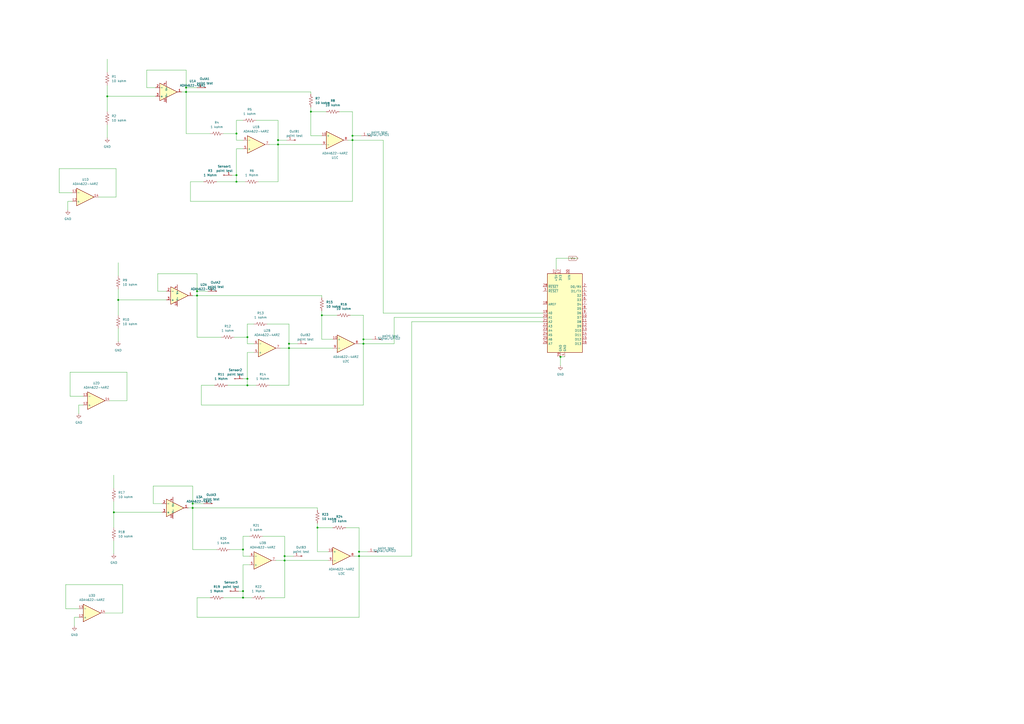
<source format=kicad_sch>
(kicad_sch
	(version 20231120)
	(generator "eeschema")
	(generator_version "8.0")
	(uuid "482ead37-2af7-4540-aa73-0fca30c66ec9")
	(paper "A2")
	(lib_symbols
		(symbol "Connector:Conn_01x01_Pin"
			(pin_names
				(offset 1.016) hide)
			(exclude_from_sim no)
			(in_bom yes)
			(on_board yes)
			(property "Reference" "J"
				(at 0 2.54 0)
				(effects
					(font
						(size 1.27 1.27)
					)
				)
			)
			(property "Value" "Conn_01x01_Pin"
				(at 0 -2.54 0)
				(effects
					(font
						(size 1.27 1.27)
					)
				)
			)
			(property "Footprint" ""
				(at 0 0 0)
				(effects
					(font
						(size 1.27 1.27)
					)
					(hide yes)
				)
			)
			(property "Datasheet" "~"
				(at 0 0 0)
				(effects
					(font
						(size 1.27 1.27)
					)
					(hide yes)
				)
			)
			(property "Description" "Generic connector, single row, 01x01, script generated"
				(at 0 0 0)
				(effects
					(font
						(size 1.27 1.27)
					)
					(hide yes)
				)
			)
			(property "ki_locked" ""
				(at 0 0 0)
				(effects
					(font
						(size 1.27 1.27)
					)
				)
			)
			(property "ki_keywords" "connector"
				(at 0 0 0)
				(effects
					(font
						(size 1.27 1.27)
					)
					(hide yes)
				)
			)
			(property "ki_fp_filters" "Connector*:*_1x??_*"
				(at 0 0 0)
				(effects
					(font
						(size 1.27 1.27)
					)
					(hide yes)
				)
			)
			(symbol "Conn_01x01_Pin_1_1"
				(polyline
					(pts
						(xy 1.27 0) (xy 0.8636 0)
					)
					(stroke
						(width 0.1524)
						(type default)
					)
					(fill
						(type none)
					)
				)
				(rectangle
					(start 0.8636 0.127)
					(end 0 -0.127)
					(stroke
						(width 0.1524)
						(type default)
					)
					(fill
						(type outline)
					)
				)
				(pin passive line
					(at 5.08 0 180)
					(length 3.81)
					(name "Pin_1"
						(effects
							(font
								(size 1.27 1.27)
							)
						)
					)
					(number "1"
						(effects
							(font
								(size 1.27 1.27)
							)
						)
					)
				)
			)
		)
		(symbol "Device:R_US"
			(pin_numbers hide)
			(pin_names
				(offset 0)
			)
			(exclude_from_sim no)
			(in_bom yes)
			(on_board yes)
			(property "Reference" "R"
				(at 2.54 0 90)
				(effects
					(font
						(size 1.27 1.27)
					)
				)
			)
			(property "Value" "R_US"
				(at -2.54 0 90)
				(effects
					(font
						(size 1.27 1.27)
					)
				)
			)
			(property "Footprint" ""
				(at 1.016 -0.254 90)
				(effects
					(font
						(size 1.27 1.27)
					)
					(hide yes)
				)
			)
			(property "Datasheet" "~"
				(at 0 0 0)
				(effects
					(font
						(size 1.27 1.27)
					)
					(hide yes)
				)
			)
			(property "Description" "Resistor, US symbol"
				(at 0 0 0)
				(effects
					(font
						(size 1.27 1.27)
					)
					(hide yes)
				)
			)
			(property "ki_keywords" "R res resistor"
				(at 0 0 0)
				(effects
					(font
						(size 1.27 1.27)
					)
					(hide yes)
				)
			)
			(property "ki_fp_filters" "R_*"
				(at 0 0 0)
				(effects
					(font
						(size 1.27 1.27)
					)
					(hide yes)
				)
			)
			(symbol "R_US_0_1"
				(polyline
					(pts
						(xy 0 -2.286) (xy 0 -2.54)
					)
					(stroke
						(width 0)
						(type default)
					)
					(fill
						(type none)
					)
				)
				(polyline
					(pts
						(xy 0 2.286) (xy 0 2.54)
					)
					(stroke
						(width 0)
						(type default)
					)
					(fill
						(type none)
					)
				)
				(polyline
					(pts
						(xy 0 -0.762) (xy 1.016 -1.143) (xy 0 -1.524) (xy -1.016 -1.905) (xy 0 -2.286)
					)
					(stroke
						(width 0)
						(type default)
					)
					(fill
						(type none)
					)
				)
				(polyline
					(pts
						(xy 0 0.762) (xy 1.016 0.381) (xy 0 0) (xy -1.016 -0.381) (xy 0 -0.762)
					)
					(stroke
						(width 0)
						(type default)
					)
					(fill
						(type none)
					)
				)
				(polyline
					(pts
						(xy 0 2.286) (xy 1.016 1.905) (xy 0 1.524) (xy -1.016 1.143) (xy 0 0.762)
					)
					(stroke
						(width 0)
						(type default)
					)
					(fill
						(type none)
					)
				)
			)
			(symbol "R_US_1_1"
				(pin passive line
					(at 0 3.81 270)
					(length 1.27)
					(name "~"
						(effects
							(font
								(size 1.27 1.27)
							)
						)
					)
					(number "1"
						(effects
							(font
								(size 1.27 1.27)
							)
						)
					)
				)
				(pin passive line
					(at 0 -3.81 90)
					(length 1.27)
					(name "~"
						(effects
							(font
								(size 1.27 1.27)
							)
						)
					)
					(number "2"
						(effects
							(font
								(size 1.27 1.27)
							)
						)
					)
				)
			)
		)
		(symbol "MCU_Module:Arduino_Nano_v2.x"
			(exclude_from_sim no)
			(in_bom yes)
			(on_board yes)
			(property "Reference" "A"
				(at -10.16 23.495 0)
				(effects
					(font
						(size 1.27 1.27)
					)
					(justify left bottom)
				)
			)
			(property "Value" "Arduino_Nano_v2.x"
				(at 5.08 -24.13 0)
				(effects
					(font
						(size 1.27 1.27)
					)
					(justify left top)
				)
			)
			(property "Footprint" "Module:Arduino_Nano"
				(at 0 0 0)
				(effects
					(font
						(size 1.27 1.27)
						(italic yes)
					)
					(hide yes)
				)
			)
			(property "Datasheet" "https://www.arduino.cc/en/uploads/Main/ArduinoNanoManual23.pdf"
				(at 0 0 0)
				(effects
					(font
						(size 1.27 1.27)
					)
					(hide yes)
				)
			)
			(property "Description" "Arduino Nano v2.x"
				(at 0 0 0)
				(effects
					(font
						(size 1.27 1.27)
					)
					(hide yes)
				)
			)
			(property "ki_keywords" "Arduino nano microcontroller module USB"
				(at 0 0 0)
				(effects
					(font
						(size 1.27 1.27)
					)
					(hide yes)
				)
			)
			(property "ki_fp_filters" "Arduino*Nano*"
				(at 0 0 0)
				(effects
					(font
						(size 1.27 1.27)
					)
					(hide yes)
				)
			)
			(symbol "Arduino_Nano_v2.x_0_1"
				(rectangle
					(start -10.16 22.86)
					(end 10.16 -22.86)
					(stroke
						(width 0.254)
						(type default)
					)
					(fill
						(type background)
					)
				)
			)
			(symbol "Arduino_Nano_v2.x_1_1"
				(pin bidirectional line
					(at -12.7 12.7 0)
					(length 2.54)
					(name "D1/TX"
						(effects
							(font
								(size 1.27 1.27)
							)
						)
					)
					(number "1"
						(effects
							(font
								(size 1.27 1.27)
							)
						)
					)
				)
				(pin bidirectional line
					(at -12.7 -2.54 0)
					(length 2.54)
					(name "D7"
						(effects
							(font
								(size 1.27 1.27)
							)
						)
					)
					(number "10"
						(effects
							(font
								(size 1.27 1.27)
							)
						)
					)
				)
				(pin bidirectional line
					(at -12.7 -5.08 0)
					(length 2.54)
					(name "D8"
						(effects
							(font
								(size 1.27 1.27)
							)
						)
					)
					(number "11"
						(effects
							(font
								(size 1.27 1.27)
							)
						)
					)
				)
				(pin bidirectional line
					(at -12.7 -7.62 0)
					(length 2.54)
					(name "D9"
						(effects
							(font
								(size 1.27 1.27)
							)
						)
					)
					(number "12"
						(effects
							(font
								(size 1.27 1.27)
							)
						)
					)
				)
				(pin bidirectional line
					(at -12.7 -10.16 0)
					(length 2.54)
					(name "D10"
						(effects
							(font
								(size 1.27 1.27)
							)
						)
					)
					(number "13"
						(effects
							(font
								(size 1.27 1.27)
							)
						)
					)
				)
				(pin bidirectional line
					(at -12.7 -12.7 0)
					(length 2.54)
					(name "D11"
						(effects
							(font
								(size 1.27 1.27)
							)
						)
					)
					(number "14"
						(effects
							(font
								(size 1.27 1.27)
							)
						)
					)
				)
				(pin bidirectional line
					(at -12.7 -15.24 0)
					(length 2.54)
					(name "D12"
						(effects
							(font
								(size 1.27 1.27)
							)
						)
					)
					(number "15"
						(effects
							(font
								(size 1.27 1.27)
							)
						)
					)
				)
				(pin bidirectional line
					(at -12.7 -17.78 0)
					(length 2.54)
					(name "D13"
						(effects
							(font
								(size 1.27 1.27)
							)
						)
					)
					(number "16"
						(effects
							(font
								(size 1.27 1.27)
							)
						)
					)
				)
				(pin power_out line
					(at 2.54 25.4 270)
					(length 2.54)
					(name "3V3"
						(effects
							(font
								(size 1.27 1.27)
							)
						)
					)
					(number "17"
						(effects
							(font
								(size 1.27 1.27)
							)
						)
					)
				)
				(pin input line
					(at 12.7 5.08 180)
					(length 2.54)
					(name "AREF"
						(effects
							(font
								(size 1.27 1.27)
							)
						)
					)
					(number "18"
						(effects
							(font
								(size 1.27 1.27)
							)
						)
					)
				)
				(pin bidirectional line
					(at 12.7 0 180)
					(length 2.54)
					(name "A0"
						(effects
							(font
								(size 1.27 1.27)
							)
						)
					)
					(number "19"
						(effects
							(font
								(size 1.27 1.27)
							)
						)
					)
				)
				(pin bidirectional line
					(at -12.7 15.24 0)
					(length 2.54)
					(name "D0/RX"
						(effects
							(font
								(size 1.27 1.27)
							)
						)
					)
					(number "2"
						(effects
							(font
								(size 1.27 1.27)
							)
						)
					)
				)
				(pin bidirectional line
					(at 12.7 -2.54 180)
					(length 2.54)
					(name "A1"
						(effects
							(font
								(size 1.27 1.27)
							)
						)
					)
					(number "20"
						(effects
							(font
								(size 1.27 1.27)
							)
						)
					)
				)
				(pin bidirectional line
					(at 12.7 -5.08 180)
					(length 2.54)
					(name "A2"
						(effects
							(font
								(size 1.27 1.27)
							)
						)
					)
					(number "21"
						(effects
							(font
								(size 1.27 1.27)
							)
						)
					)
				)
				(pin bidirectional line
					(at 12.7 -7.62 180)
					(length 2.54)
					(name "A3"
						(effects
							(font
								(size 1.27 1.27)
							)
						)
					)
					(number "22"
						(effects
							(font
								(size 1.27 1.27)
							)
						)
					)
				)
				(pin bidirectional line
					(at 12.7 -10.16 180)
					(length 2.54)
					(name "A4"
						(effects
							(font
								(size 1.27 1.27)
							)
						)
					)
					(number "23"
						(effects
							(font
								(size 1.27 1.27)
							)
						)
					)
				)
				(pin bidirectional line
					(at 12.7 -12.7 180)
					(length 2.54)
					(name "A5"
						(effects
							(font
								(size 1.27 1.27)
							)
						)
					)
					(number "24"
						(effects
							(font
								(size 1.27 1.27)
							)
						)
					)
				)
				(pin bidirectional line
					(at 12.7 -15.24 180)
					(length 2.54)
					(name "A6"
						(effects
							(font
								(size 1.27 1.27)
							)
						)
					)
					(number "25"
						(effects
							(font
								(size 1.27 1.27)
							)
						)
					)
				)
				(pin bidirectional line
					(at 12.7 -17.78 180)
					(length 2.54)
					(name "A7"
						(effects
							(font
								(size 1.27 1.27)
							)
						)
					)
					(number "26"
						(effects
							(font
								(size 1.27 1.27)
							)
						)
					)
				)
				(pin power_out line
					(at 5.08 25.4 270)
					(length 2.54)
					(name "+5V"
						(effects
							(font
								(size 1.27 1.27)
							)
						)
					)
					(number "27"
						(effects
							(font
								(size 1.27 1.27)
							)
						)
					)
				)
				(pin input line
					(at 12.7 15.24 180)
					(length 2.54)
					(name "~{RESET}"
						(effects
							(font
								(size 1.27 1.27)
							)
						)
					)
					(number "28"
						(effects
							(font
								(size 1.27 1.27)
							)
						)
					)
				)
				(pin power_in line
					(at 2.54 -25.4 90)
					(length 2.54)
					(name "GND"
						(effects
							(font
								(size 1.27 1.27)
							)
						)
					)
					(number "29"
						(effects
							(font
								(size 1.27 1.27)
							)
						)
					)
				)
				(pin input line
					(at 12.7 12.7 180)
					(length 2.54)
					(name "~{RESET}"
						(effects
							(font
								(size 1.27 1.27)
							)
						)
					)
					(number "3"
						(effects
							(font
								(size 1.27 1.27)
							)
						)
					)
				)
				(pin power_in line
					(at -2.54 25.4 270)
					(length 2.54)
					(name "VIN"
						(effects
							(font
								(size 1.27 1.27)
							)
						)
					)
					(number "30"
						(effects
							(font
								(size 1.27 1.27)
							)
						)
					)
				)
				(pin power_in line
					(at 0 -25.4 90)
					(length 2.54)
					(name "GND"
						(effects
							(font
								(size 1.27 1.27)
							)
						)
					)
					(number "4"
						(effects
							(font
								(size 1.27 1.27)
							)
						)
					)
				)
				(pin bidirectional line
					(at -12.7 10.16 0)
					(length 2.54)
					(name "D2"
						(effects
							(font
								(size 1.27 1.27)
							)
						)
					)
					(number "5"
						(effects
							(font
								(size 1.27 1.27)
							)
						)
					)
				)
				(pin bidirectional line
					(at -12.7 7.62 0)
					(length 2.54)
					(name "D3"
						(effects
							(font
								(size 1.27 1.27)
							)
						)
					)
					(number "6"
						(effects
							(font
								(size 1.27 1.27)
							)
						)
					)
				)
				(pin bidirectional line
					(at -12.7 5.08 0)
					(length 2.54)
					(name "D4"
						(effects
							(font
								(size 1.27 1.27)
							)
						)
					)
					(number "7"
						(effects
							(font
								(size 1.27 1.27)
							)
						)
					)
				)
				(pin bidirectional line
					(at -12.7 2.54 0)
					(length 2.54)
					(name "D5"
						(effects
							(font
								(size 1.27 1.27)
							)
						)
					)
					(number "8"
						(effects
							(font
								(size 1.27 1.27)
							)
						)
					)
				)
				(pin bidirectional line
					(at -12.7 0 0)
					(length 2.54)
					(name "D6"
						(effects
							(font
								(size 1.27 1.27)
							)
						)
					)
					(number "9"
						(effects
							(font
								(size 1.27 1.27)
							)
						)
					)
				)
			)
		)
		(symbol "PCM_Amplifier_Operational_AKL:ADA4622-4ARZ"
			(pin_names
				(offset 0.2)
			)
			(exclude_from_sim no)
			(in_bom yes)
			(on_board yes)
			(property "Reference" "U"
				(at 1.27 7.62 0)
				(effects
					(font
						(size 1.27 1.27)
					)
					(justify left)
				)
			)
			(property "Value" "ADA4622-4ARZ"
				(at 1.27 5.08 0)
				(effects
					(font
						(size 1.27 1.27)
					)
					(justify left)
				)
			)
			(property "Footprint" "Package_SO_AKL:SOIC-14_3.9x8.7mm_P1.27mm"
				(at 0 0 0)
				(effects
					(font
						(size 1.27 1.27)
					)
					(hide yes)
				)
			)
			(property "Datasheet" "https://www.tme.eu/Document/d36d8d41df5dfd041dfe750941d70940/ADA4622-1-2-4.pdf"
				(at 0 0 0)
				(effects
					(font
						(size 1.27 1.27)
					)
					(hide yes)
				)
			)
			(property "Description" "SO-14 Quad Precision Rail-to-Rail Operational Amplifier, 800μV Offset, 15μV/°C Drift, 8MHz GBW, Alternate KiCAD Library"
				(at 0 0 0)
				(effects
					(font
						(size 1.27 1.27)
					)
					(hide yes)
				)
			)
			(property "ki_locked" ""
				(at 0 0 0)
				(effects
					(font
						(size 1.27 1.27)
					)
				)
			)
			(property "ki_keywords" "quad opamp operational amplifier auto zero chopper rail-to-rail ADA4622-4"
				(at 0 0 0)
				(effects
					(font
						(size 1.27 1.27)
					)
					(hide yes)
				)
			)
			(symbol "ADA4622-4ARZ_0_1"
				(polyline
					(pts
						(xy -3.81 5.08) (xy -3.81 -5.08) (xy 6.35 0) (xy -3.81 5.08)
					)
					(stroke
						(width 0.254)
						(type default)
					)
					(fill
						(type background)
					)
				)
			)
			(symbol "ADA4622-4ARZ_1_1"
				(pin output line
					(at 8.89 0 180)
					(length 2.54)
					(name "~"
						(effects
							(font
								(size 1.27 1.27)
							)
						)
					)
					(number "1"
						(effects
							(font
								(size 1.27 1.27)
							)
						)
					)
				)
				(pin power_in line
					(at 0 -6.35 90)
					(length 3.18)
					(name "V-"
						(effects
							(font
								(size 1 1)
							)
						)
					)
					(number "11"
						(effects
							(font
								(size 1 1)
							)
						)
					)
				)
				(pin input line
					(at -6.35 2.54 0)
					(length 2.54)
					(name "-"
						(effects
							(font
								(size 1.27 1.27)
							)
						)
					)
					(number "2"
						(effects
							(font
								(size 1.27 1.27)
							)
						)
					)
				)
				(pin input line
					(at -6.35 -2.54 0)
					(length 2.54)
					(name "+"
						(effects
							(font
								(size 1.27 1.27)
							)
						)
					)
					(number "3"
						(effects
							(font
								(size 1.27 1.27)
							)
						)
					)
				)
				(pin power_in line
					(at 0 6.35 270)
					(length 3.18)
					(name "V+"
						(effects
							(font
								(size 1 1)
							)
						)
					)
					(number "4"
						(effects
							(font
								(size 1.27 1.27)
							)
						)
					)
				)
			)
			(symbol "ADA4622-4ARZ_2_1"
				(pin input line
					(at -6.35 -2.54 0)
					(length 2.54)
					(name "+"
						(effects
							(font
								(size 1.27 1.27)
							)
						)
					)
					(number "5"
						(effects
							(font
								(size 1.27 1.27)
							)
						)
					)
				)
				(pin input line
					(at -6.35 2.54 0)
					(length 2.54)
					(name "-"
						(effects
							(font
								(size 1.27 1.27)
							)
						)
					)
					(number "6"
						(effects
							(font
								(size 1.27 1.27)
							)
						)
					)
				)
				(pin output line
					(at 8.89 0 180)
					(length 2.54)
					(name "~"
						(effects
							(font
								(size 1.27 1.27)
							)
						)
					)
					(number "7"
						(effects
							(font
								(size 1.27 1.27)
							)
						)
					)
				)
			)
			(symbol "ADA4622-4ARZ_3_1"
				(pin input line
					(at -6.35 -2.54 0)
					(length 2.54)
					(name "+"
						(effects
							(font
								(size 1.27 1.27)
							)
						)
					)
					(number "10"
						(effects
							(font
								(size 1.27 1.27)
							)
						)
					)
				)
				(pin output line
					(at 8.89 0 180)
					(length 2.54)
					(name "~"
						(effects
							(font
								(size 1.27 1.27)
							)
						)
					)
					(number "8"
						(effects
							(font
								(size 1.27 1.27)
							)
						)
					)
				)
				(pin input line
					(at -6.35 2.54 0)
					(length 2.54)
					(name "-"
						(effects
							(font
								(size 1.27 1.27)
							)
						)
					)
					(number "9"
						(effects
							(font
								(size 1.27 1.27)
							)
						)
					)
				)
			)
			(symbol "ADA4622-4ARZ_4_1"
				(pin input line
					(at -6.35 -2.54 0)
					(length 2.54)
					(name "+"
						(effects
							(font
								(size 1.27 1.27)
							)
						)
					)
					(number "12"
						(effects
							(font
								(size 1.27 1.27)
							)
						)
					)
				)
				(pin input line
					(at -6.35 2.54 0)
					(length 2.54)
					(name "-"
						(effects
							(font
								(size 1.27 1.27)
							)
						)
					)
					(number "13"
						(effects
							(font
								(size 1.27 1.27)
							)
						)
					)
				)
				(pin output line
					(at 8.89 0 180)
					(length 2.54)
					(name "~"
						(effects
							(font
								(size 1.27 1.27)
							)
						)
					)
					(number "14"
						(effects
							(font
								(size 1.27 1.27)
							)
						)
					)
				)
			)
		)
		(symbol "power:GND"
			(power)
			(pin_numbers hide)
			(pin_names
				(offset 0) hide)
			(exclude_from_sim no)
			(in_bom yes)
			(on_board yes)
			(property "Reference" "#PWR"
				(at 0 -6.35 0)
				(effects
					(font
						(size 1.27 1.27)
					)
					(hide yes)
				)
			)
			(property "Value" "GND"
				(at 0 -3.81 0)
				(effects
					(font
						(size 1.27 1.27)
					)
				)
			)
			(property "Footprint" ""
				(at 0 0 0)
				(effects
					(font
						(size 1.27 1.27)
					)
					(hide yes)
				)
			)
			(property "Datasheet" ""
				(at 0 0 0)
				(effects
					(font
						(size 1.27 1.27)
					)
					(hide yes)
				)
			)
			(property "Description" "Power symbol creates a global label with name \"GND\" , ground"
				(at 0 0 0)
				(effects
					(font
						(size 1.27 1.27)
					)
					(hide yes)
				)
			)
			(property "ki_keywords" "global power"
				(at 0 0 0)
				(effects
					(font
						(size 1.27 1.27)
					)
					(hide yes)
				)
			)
			(symbol "GND_0_1"
				(polyline
					(pts
						(xy 0 0) (xy 0 -1.27) (xy 1.27 -1.27) (xy 0 -2.54) (xy -1.27 -1.27) (xy 0 -1.27)
					)
					(stroke
						(width 0)
						(type default)
					)
					(fill
						(type none)
					)
				)
			)
			(symbol "GND_1_1"
				(pin power_in line
					(at 0 0 270)
					(length 0)
					(name "~"
						(effects
							(font
								(size 1.27 1.27)
							)
						)
					)
					(number "1"
						(effects
							(font
								(size 1.27 1.27)
							)
						)
					)
				)
			)
		)
	)
	(junction
		(at 186.69 182.88)
		(diameter 0)
		(color 0 0 0 0)
		(uuid "0d5eb4eb-6e9d-4ec9-ab6f-d394da9dad7b")
	)
	(junction
		(at 111.76 294.64)
		(diameter 0)
		(color 0 0 0 0)
		(uuid "0ef0bbf3-73ee-4bac-bfbf-bb4aa5dc8068")
	)
	(junction
		(at 107.95 50.8)
		(diameter 0)
		(color 0 0 0 0)
		(uuid "1685d4a5-6a38-4437-8a4f-afb065d8b734")
	)
	(junction
		(at 167.64 199.39)
		(diameter 0)
		(color 0 0 0 0)
		(uuid "1b65d44d-9147-4561-91c3-7934253698a8")
	)
	(junction
		(at 180.34 64.77)
		(diameter 0)
		(color 0 0 0 0)
		(uuid "3af48900-c0eb-4315-924a-10295dc89d39")
	)
	(junction
		(at 137.16 77.47)
		(diameter 0)
		(color 0 0 0 0)
		(uuid "3cd7709e-1a60-4fd0-8388-b33117f541f5")
	)
	(junction
		(at 161.29 81.28)
		(diameter 0)
		(color 0 0 0 0)
		(uuid "3dc7aa2d-38b3-4206-90f8-7affad911478")
	)
	(junction
		(at 210.82 199.39)
		(diameter 0)
		(color 0 0 0 0)
		(uuid "3ea0b07f-d5d4-49f9-a969-04b65f99542f")
	)
	(junction
		(at 161.29 83.82)
		(diameter 0)
		(color 0 0 0 0)
		(uuid "4c9e0648-722f-4d34-a62b-9450d285203b")
	)
	(junction
		(at 66.04 297.18)
		(diameter 0)
		(color 0 0 0 0)
		(uuid "6542b5c1-c334-4730-a021-1131b1d8f492")
	)
	(junction
		(at 143.51 223.52)
		(diameter 0)
		(color 0 0 0 0)
		(uuid "6c03b2cf-2261-4d39-8bea-b7de6869038c")
	)
	(junction
		(at 111.76 292.1)
		(diameter 0)
		(color 0 0 0 0)
		(uuid "73e8f662-6c27-48a6-8e7b-a1c851f9d3c3")
	)
	(junction
		(at 204.47 81.28)
		(diameter 0)
		(color 0 0 0 0)
		(uuid "7f46b659-a3c8-4cee-b35f-d4735c05ea66")
	)
	(junction
		(at 143.51 195.58)
		(diameter 0)
		(color 0 0 0 0)
		(uuid "93ec46f0-2387-49d0-a1dc-b0bd6f2dc8e5")
	)
	(junction
		(at 208.28 322.58)
		(diameter 0)
		(color 0 0 0 0)
		(uuid "95eb2f7e-ba6b-48fb-a8f3-1937475482d8")
	)
	(junction
		(at 210.82 196.85)
		(diameter 0)
		(color 0 0 0 0)
		(uuid "9d7408ec-4909-4284-aba0-4c6693c770c4")
	)
	(junction
		(at 137.16 101.6)
		(diameter 0)
		(color 0 0 0 0)
		(uuid "a32ff7f2-19de-4062-b202-8c0cd19571ef")
	)
	(junction
		(at 165.1 322.58)
		(diameter 0)
		(color 0 0 0 0)
		(uuid "b7f4fb87-21d2-4e4e-bf3d-9fc518aa535e")
	)
	(junction
		(at 143.51 219.71)
		(diameter 0)
		(color 0 0 0 0)
		(uuid "b9d93b86-511c-41df-a5a0-d2ec58979f74")
	)
	(junction
		(at 167.64 201.93)
		(diameter 0)
		(color 0 0 0 0)
		(uuid "bdea69f8-3c85-4939-aa94-41d00e382be1")
	)
	(junction
		(at 114.3 171.45)
		(diameter 0)
		(color 0 0 0 0)
		(uuid "c1f394ca-c53c-4d8c-9746-1ac5a9ebfa83")
	)
	(junction
		(at 140.97 318.77)
		(diameter 0)
		(color 0 0 0 0)
		(uuid "c8cb7346-95ca-44df-bdaf-d233f55139c8")
	)
	(junction
		(at 165.1 325.12)
		(diameter 0)
		(color 0 0 0 0)
		(uuid "cff58c24-4de6-462f-9c3f-a3ccd71f1ba3")
	)
	(junction
		(at 208.28 320.04)
		(diameter 0)
		(color 0 0 0 0)
		(uuid "d8fd155c-ea5a-409c-9d27-521622cd1ecd")
	)
	(junction
		(at 137.16 105.41)
		(diameter 0)
		(color 0 0 0 0)
		(uuid "dcb5dc4f-c1a9-4d64-b63c-09f471156800")
	)
	(junction
		(at 114.3 168.91)
		(diameter 0)
		(color 0 0 0 0)
		(uuid "e118c2a6-934c-4172-abc8-3033c62f2f59")
	)
	(junction
		(at 140.97 342.9)
		(diameter 0)
		(color 0 0 0 0)
		(uuid "e8b57779-06f7-4565-8de5-11b84ce57478")
	)
	(junction
		(at 107.95 53.34)
		(diameter 0)
		(color 0 0 0 0)
		(uuid "f0f66b92-5c41-45fb-b6d8-6475749e329c")
	)
	(junction
		(at 140.97 346.71)
		(diameter 0)
		(color 0 0 0 0)
		(uuid "f19ea9fa-2e77-4f6b-9ace-4235516bcffd")
	)
	(junction
		(at 62.23 55.88)
		(diameter 0)
		(color 0 0 0 0)
		(uuid "f21cf0fd-4fd3-43a8-8824-d7539d8d3813")
	)
	(junction
		(at 184.15 306.07)
		(diameter 0)
		(color 0 0 0 0)
		(uuid "f4b5decb-721e-4995-8cec-329094400b6a")
	)
	(junction
		(at 204.47 78.74)
		(diameter 0)
		(color 0 0 0 0)
		(uuid "f4d5230d-26ad-4233-93e0-f31f5cefbcf3")
	)
	(junction
		(at 68.58 173.99)
		(diameter 0)
		(color 0 0 0 0)
		(uuid "f888a9d5-da19-4676-8280-1e5a2b26f34f")
	)
	(junction
		(at 325.12 207.01)
		(diameter 0)
		(color 0 0 0 0)
		(uuid "fe27f145-3db4-4944-a6a8-18505e9769f7")
	)
	(wire
		(pts
			(xy 209.55 78.74) (xy 204.47 78.74)
		)
		(stroke
			(width 0)
			(type default)
		)
		(uuid "00acc06f-afdb-4944-ab7d-46a86d81ba27")
	)
	(wire
		(pts
			(xy 180.34 53.34) (xy 180.34 54.61)
		)
		(stroke
			(width 0)
			(type default)
		)
		(uuid "00eaecb1-acc5-43ba-8e54-f7f5d7beda9a")
	)
	(wire
		(pts
			(xy 149.86 105.41) (xy 161.29 105.41)
		)
		(stroke
			(width 0)
			(type default)
		)
		(uuid "00ff2856-8311-46f0-af1c-88c9c3733e6e")
	)
	(wire
		(pts
			(xy 184.15 294.64) (xy 184.15 295.91)
		)
		(stroke
			(width 0)
			(type default)
		)
		(uuid "0146f651-0152-42ca-a2b9-0f834aa53fd1")
	)
	(wire
		(pts
			(xy 153.67 346.71) (xy 165.1 346.71)
		)
		(stroke
			(width 0)
			(type default)
		)
		(uuid "0443a8ef-ce50-4165-8941-cd7f4d2ecb95")
	)
	(wire
		(pts
			(xy 73.66 215.9) (xy 73.66 232.41)
		)
		(stroke
			(width 0)
			(type default)
		)
		(uuid "057a1da9-f9a4-46d8-933b-afe4aa8cf787")
	)
	(wire
		(pts
			(xy 143.51 187.96) (xy 147.32 187.96)
		)
		(stroke
			(width 0)
			(type default)
		)
		(uuid "06aa60e1-213f-419b-9c24-0e753f897079")
	)
	(wire
		(pts
			(xy 137.16 69.85) (xy 140.97 69.85)
		)
		(stroke
			(width 0)
			(type default)
		)
		(uuid "079b0c45-fed4-4956-bdec-e1f25c2fb6ab")
	)
	(wire
		(pts
			(xy 140.97 219.71) (xy 143.51 219.71)
		)
		(stroke
			(width 0)
			(type default)
		)
		(uuid "09c6dd82-dc35-4926-8c28-940078de9582")
	)
	(wire
		(pts
			(xy 66.04 297.18) (xy 93.98 297.18)
		)
		(stroke
			(width 0)
			(type default)
		)
		(uuid "0a866928-f877-4323-bac8-d4df091d95aa")
	)
	(wire
		(pts
			(xy 43.18 358.14) (xy 43.18 363.22)
		)
		(stroke
			(width 0)
			(type default)
		)
		(uuid "0cb9892b-c417-46be-b706-ab24fb0b3bae")
	)
	(wire
		(pts
			(xy 66.04 313.69) (xy 66.04 321.31)
		)
		(stroke
			(width 0)
			(type default)
		)
		(uuid "0d076768-82c0-4b4f-a754-ace88bfab6ca")
	)
	(wire
		(pts
			(xy 213.36 320.04) (xy 208.28 320.04)
		)
		(stroke
			(width 0)
			(type default)
		)
		(uuid "0d2cec4d-a9a3-43ac-a6d3-4dabc441eaac")
	)
	(wire
		(pts
			(xy 40.64 229.87) (xy 40.64 215.9)
		)
		(stroke
			(width 0)
			(type default)
		)
		(uuid "0df526ca-e891-4713-bed2-ababf496698a")
	)
	(wire
		(pts
			(xy 140.97 346.71) (xy 146.05 346.71)
		)
		(stroke
			(width 0)
			(type default)
		)
		(uuid "1009ab55-bbb0-4d4e-a747-8df881a70838")
	)
	(wire
		(pts
			(xy 114.3 171.45) (xy 186.69 171.45)
		)
		(stroke
			(width 0)
			(type default)
		)
		(uuid "119772bb-c637-4acf-9b08-92a75f046596")
	)
	(wire
		(pts
			(xy 208.28 306.07) (xy 208.28 320.04)
		)
		(stroke
			(width 0)
			(type default)
		)
		(uuid "134315fd-be4c-4dd5-b55d-635fd2266a95")
	)
	(wire
		(pts
			(xy 314.96 184.15) (xy 228.6 184.15)
		)
		(stroke
			(width 0)
			(type default)
		)
		(uuid "169e6454-29a7-4151-9d53-163cbfe0ab9b")
	)
	(wire
		(pts
			(xy 38.1 353.06) (xy 38.1 339.09)
		)
		(stroke
			(width 0)
			(type default)
		)
		(uuid "17430028-6bd0-4f99-b8e1-bdba549f3c56")
	)
	(wire
		(pts
			(xy 40.64 215.9) (xy 73.66 215.9)
		)
		(stroke
			(width 0)
			(type default)
		)
		(uuid "177f608c-1c32-4a1c-8ea6-64a1d400debb")
	)
	(wire
		(pts
			(xy 68.58 152.4) (xy 68.58 160.02)
		)
		(stroke
			(width 0)
			(type default)
		)
		(uuid "18660891-142b-4b37-b2d9-b7c5133ad542")
	)
	(wire
		(pts
			(xy 62.23 72.39) (xy 62.23 80.01)
		)
		(stroke
			(width 0)
			(type default)
		)
		(uuid "18c50c2a-134f-4069-993f-e1e47d6f7c95")
	)
	(wire
		(pts
			(xy 39.37 116.84) (xy 39.37 121.92)
		)
		(stroke
			(width 0)
			(type default)
		)
		(uuid "19c7bcf3-3967-4ecd-a644-5acf78422837")
	)
	(wire
		(pts
			(xy 204.47 81.28) (xy 222.25 81.28)
		)
		(stroke
			(width 0)
			(type default)
		)
		(uuid "1b4cc207-0229-4d67-b4f5-5a289de4c4bf")
	)
	(wire
		(pts
			(xy 111.76 292.1) (xy 111.76 294.64)
		)
		(stroke
			(width 0)
			(type default)
		)
		(uuid "1c3316a2-1eec-4fd2-a228-e86d966347ae")
	)
	(wire
		(pts
			(xy 45.72 234.95) (xy 45.72 240.03)
		)
		(stroke
			(width 0)
			(type default)
		)
		(uuid "21ed6879-e517-4633-8959-9be520814988")
	)
	(wire
		(pts
			(xy 66.04 297.18) (xy 66.04 306.07)
		)
		(stroke
			(width 0)
			(type default)
		)
		(uuid "252062d4-cb68-4532-ab08-f142166be4de")
	)
	(wire
		(pts
			(xy 114.3 358.14) (xy 114.3 346.71)
		)
		(stroke
			(width 0)
			(type default)
		)
		(uuid "2567ba1a-2c40-4162-b4d3-94b41197023b")
	)
	(wire
		(pts
			(xy 91.44 158.75) (xy 114.3 158.75)
		)
		(stroke
			(width 0)
			(type default)
		)
		(uuid "26741188-3527-47c3-b8ab-523ea02cb327")
	)
	(wire
		(pts
			(xy 325.12 207.01) (xy 327.66 207.01)
		)
		(stroke
			(width 0)
			(type default)
		)
		(uuid "27ab8988-8bad-4703-b151-5298f15b077f")
	)
	(wire
		(pts
			(xy 48.26 234.95) (xy 45.72 234.95)
		)
		(stroke
			(width 0)
			(type default)
		)
		(uuid "27e94049-ebf1-48b9-b4e8-77a0d94e832b")
	)
	(wire
		(pts
			(xy 325.12 207.01) (xy 325.12 212.09)
		)
		(stroke
			(width 0)
			(type default)
		)
		(uuid "2bd57b0f-365c-4945-ac91-4fa3254541cc")
	)
	(wire
		(pts
			(xy 133.35 318.77) (xy 140.97 318.77)
		)
		(stroke
			(width 0)
			(type default)
		)
		(uuid "2c3d9589-74d3-45e5-b8c2-d4ce7d1dcbbb")
	)
	(wire
		(pts
			(xy 144.78 327.66) (xy 140.97 327.66)
		)
		(stroke
			(width 0)
			(type default)
		)
		(uuid "2e91f108-3655-45aa-a73d-9bd296a1f0bb")
	)
	(wire
		(pts
			(xy 118.11 292.1) (xy 111.76 292.1)
		)
		(stroke
			(width 0)
			(type default)
		)
		(uuid "2f430149-d09b-4029-9b2d-237d3b86e5f8")
	)
	(wire
		(pts
			(xy 129.54 346.71) (xy 140.97 346.71)
		)
		(stroke
			(width 0)
			(type default)
		)
		(uuid "3063c6bc-8b89-4da4-9635-d40f42f6b1a9")
	)
	(wire
		(pts
			(xy 135.89 195.58) (xy 143.51 195.58)
		)
		(stroke
			(width 0)
			(type default)
		)
		(uuid "307e803c-eb7c-45b7-9cb2-4a56f0e24750")
	)
	(wire
		(pts
			(xy 90.17 50.8) (xy 85.09 50.8)
		)
		(stroke
			(width 0)
			(type default)
		)
		(uuid "30d04db9-12cc-40c6-b340-fda518096504")
	)
	(wire
		(pts
			(xy 143.51 204.47) (xy 143.51 219.71)
		)
		(stroke
			(width 0)
			(type default)
		)
		(uuid "3220fc06-7366-4444-af9d-f4b30efddbd3")
	)
	(wire
		(pts
			(xy 186.69 196.85) (xy 193.04 196.85)
		)
		(stroke
			(width 0)
			(type default)
		)
		(uuid "3293b4fd-cc9a-4002-bc1f-db29228eecfb")
	)
	(wire
		(pts
			(xy 140.97 327.66) (xy 140.97 342.9)
		)
		(stroke
			(width 0)
			(type default)
		)
		(uuid "372b6a36-2ccf-41ec-9b5b-dcfc2578c992")
	)
	(wire
		(pts
			(xy 41.91 111.76) (xy 34.29 111.76)
		)
		(stroke
			(width 0)
			(type default)
		)
		(uuid "37502b59-845a-4270-8c10-29c3a6f5d3b6")
	)
	(wire
		(pts
			(xy 156.21 83.82) (xy 161.29 83.82)
		)
		(stroke
			(width 0)
			(type default)
		)
		(uuid "38f7e8e2-52f0-494c-808e-2f9f08fe5975")
	)
	(wire
		(pts
			(xy 152.4 311.15) (xy 165.1 311.15)
		)
		(stroke
			(width 0)
			(type default)
		)
		(uuid "3acd50e6-4ce7-446d-991d-2561308e0a65")
	)
	(wire
		(pts
			(xy 143.51 219.71) (xy 143.51 223.52)
		)
		(stroke
			(width 0)
			(type default)
		)
		(uuid "3b956929-e3bd-4503-852c-325f4a3c69e7")
	)
	(wire
		(pts
			(xy 107.95 53.34) (xy 105.41 53.34)
		)
		(stroke
			(width 0)
			(type default)
		)
		(uuid "3c01381e-3707-4518-a093-a6825afe5611")
	)
	(wire
		(pts
			(xy 204.47 81.28) (xy 204.47 116.84)
		)
		(stroke
			(width 0)
			(type default)
		)
		(uuid "3c24a749-3892-45d8-aac7-4f0cc5465bc0")
	)
	(wire
		(pts
			(xy 143.51 199.39) (xy 147.32 199.39)
		)
		(stroke
			(width 0)
			(type default)
		)
		(uuid "3ec752e0-959f-4349-8064-b760d1bd9674")
	)
	(wire
		(pts
			(xy 120.65 168.91) (xy 114.3 168.91)
		)
		(stroke
			(width 0)
			(type default)
		)
		(uuid "4204dbf5-98b4-4f5d-8641-206df82b44cb")
	)
	(wire
		(pts
			(xy 161.29 83.82) (xy 186.69 83.82)
		)
		(stroke
			(width 0)
			(type default)
		)
		(uuid "423c259e-4441-42e5-8ba2-f96372212ffa")
	)
	(wire
		(pts
			(xy 137.16 101.6) (xy 137.16 105.41)
		)
		(stroke
			(width 0)
			(type default)
		)
		(uuid "42b771f0-f475-48bc-b117-b0b3d3abe5db")
	)
	(wire
		(pts
			(xy 204.47 64.77) (xy 204.47 78.74)
		)
		(stroke
			(width 0)
			(type default)
		)
		(uuid "4406e403-f61b-4069-9bc8-ab97444810dd")
	)
	(wire
		(pts
			(xy 132.08 223.52) (xy 143.51 223.52)
		)
		(stroke
			(width 0)
			(type default)
		)
		(uuid "46a3692a-f6e8-4868-8e34-bdfc8c10cc8f")
	)
	(wire
		(pts
			(xy 68.58 173.99) (xy 68.58 182.88)
		)
		(stroke
			(width 0)
			(type default)
		)
		(uuid "47268a13-f568-4f7a-a155-76b19d478a24")
	)
	(wire
		(pts
			(xy 107.95 53.34) (xy 180.34 53.34)
		)
		(stroke
			(width 0)
			(type default)
		)
		(uuid "482f7ac3-c32a-44ec-b30b-d24629f9c08b")
	)
	(wire
		(pts
			(xy 111.76 318.77) (xy 125.73 318.77)
		)
		(stroke
			(width 0)
			(type default)
		)
		(uuid "48b39eb1-c7a7-4c3f-ac4a-a8baf87f2f13")
	)
	(wire
		(pts
			(xy 107.95 40.64) (xy 107.95 50.8)
		)
		(stroke
			(width 0)
			(type default)
		)
		(uuid "496ade3d-d868-472f-b1ed-5411188e9e09")
	)
	(wire
		(pts
			(xy 167.64 201.93) (xy 193.04 201.93)
		)
		(stroke
			(width 0)
			(type default)
		)
		(uuid "4a96179f-24df-45cc-a87c-a6d1aa74e160")
	)
	(wire
		(pts
			(xy 96.52 168.91) (xy 91.44 168.91)
		)
		(stroke
			(width 0)
			(type default)
		)
		(uuid "4cd73bd4-9f2f-45be-84be-a08855d45ebc")
	)
	(wire
		(pts
			(xy 114.3 50.8) (xy 107.95 50.8)
		)
		(stroke
			(width 0)
			(type default)
		)
		(uuid "4cddd34f-df97-489d-aff3-53ac4b1ff899")
	)
	(wire
		(pts
			(xy 162.56 201.93) (xy 167.64 201.93)
		)
		(stroke
			(width 0)
			(type default)
		)
		(uuid "4d53d959-ee47-42ba-a19b-c16ba6eb3094")
	)
	(wire
		(pts
			(xy 161.29 105.41) (xy 161.29 83.82)
		)
		(stroke
			(width 0)
			(type default)
		)
		(uuid "4d69cbcf-fe69-4536-93b2-d17e2751c324")
	)
	(wire
		(pts
			(xy 41.91 116.84) (xy 39.37 116.84)
		)
		(stroke
			(width 0)
			(type default)
		)
		(uuid "4d7c5654-3cb6-4dd6-9a92-61ba633e5859")
	)
	(wire
		(pts
			(xy 210.82 182.88) (xy 210.82 196.85)
		)
		(stroke
			(width 0)
			(type default)
		)
		(uuid "4db80084-1d2f-4d25-aa99-2a86ed6ee6de")
	)
	(wire
		(pts
			(xy 62.23 55.88) (xy 90.17 55.88)
		)
		(stroke
			(width 0)
			(type default)
		)
		(uuid "507716a1-419e-4463-92c2-e8d6d6f81c4b")
	)
	(wire
		(pts
			(xy 140.97 311.15) (xy 140.97 318.77)
		)
		(stroke
			(width 0)
			(type default)
		)
		(uuid "55f39052-001e-4e31-82b7-3bc2bd2c9e16")
	)
	(wire
		(pts
			(xy 125.73 105.41) (xy 137.16 105.41)
		)
		(stroke
			(width 0)
			(type default)
		)
		(uuid "59b2825e-3e39-4ec3-a3f7-0ba57ff1136b")
	)
	(wire
		(pts
			(xy 148.59 69.85) (xy 161.29 69.85)
		)
		(stroke
			(width 0)
			(type default)
		)
		(uuid "5b275d3d-6de7-4d7d-893d-7cc6b7397a6a")
	)
	(wire
		(pts
			(xy 114.3 168.91) (xy 114.3 171.45)
		)
		(stroke
			(width 0)
			(type default)
		)
		(uuid "5c3d254a-efa3-4148-97e9-1dcee9a7f81f")
	)
	(wire
		(pts
			(xy 85.09 50.8) (xy 85.09 40.64)
		)
		(stroke
			(width 0)
			(type default)
		)
		(uuid "5e86a66e-a0c4-4168-82c3-6297dea8e620")
	)
	(wire
		(pts
			(xy 165.1 311.15) (xy 165.1 322.58)
		)
		(stroke
			(width 0)
			(type default)
		)
		(uuid "5e9c5e90-77b3-412f-8e96-bb76cf61be36")
	)
	(wire
		(pts
			(xy 129.54 77.47) (xy 137.16 77.47)
		)
		(stroke
			(width 0)
			(type default)
		)
		(uuid "5edf7bee-e05d-4e02-adab-b975e6cf3c85")
	)
	(wire
		(pts
			(xy 208.28 322.58) (xy 205.74 322.58)
		)
		(stroke
			(width 0)
			(type default)
		)
		(uuid "60aac86c-31af-474d-89bf-e69f1aff865c")
	)
	(wire
		(pts
			(xy 161.29 69.85) (xy 161.29 81.28)
		)
		(stroke
			(width 0)
			(type default)
		)
		(uuid "625fa5a7-5372-47f5-8cd8-6fc82ae6d968")
	)
	(wire
		(pts
			(xy 68.58 167.64) (xy 68.58 173.99)
		)
		(stroke
			(width 0)
			(type default)
		)
		(uuid "626ea105-4cea-45c7-b207-50535a501451")
	)
	(wire
		(pts
			(xy 45.72 353.06) (xy 38.1 353.06)
		)
		(stroke
			(width 0)
			(type default)
		)
		(uuid "64178483-89cb-476b-81fa-6a407bd7dd8c")
	)
	(wire
		(pts
			(xy 111.76 294.64) (xy 111.76 318.77)
		)
		(stroke
			(width 0)
			(type default)
		)
		(uuid "6737b4fc-9bda-4b74-b513-8cb74fb8f8eb")
	)
	(wire
		(pts
			(xy 195.58 182.88) (xy 186.69 182.88)
		)
		(stroke
			(width 0)
			(type default)
		)
		(uuid "68f75f35-91a7-4114-8b64-17ea416278a7")
	)
	(wire
		(pts
			(xy 140.97 318.77) (xy 140.97 322.58)
		)
		(stroke
			(width 0)
			(type default)
		)
		(uuid "694445a7-2bcf-48c9-974e-64b6c7e531f9")
	)
	(wire
		(pts
			(xy 186.69 182.88) (xy 186.69 196.85)
		)
		(stroke
			(width 0)
			(type default)
		)
		(uuid "6b025c42-a6b6-4eef-b5f6-1b3b7442f717")
	)
	(wire
		(pts
			(xy 180.34 62.23) (xy 180.34 64.77)
		)
		(stroke
			(width 0)
			(type default)
		)
		(uuid "6f1c0f02-1c6a-4b18-acbf-1f2d3b15b25c")
	)
	(wire
		(pts
			(xy 67.31 97.79) (xy 67.31 114.3)
		)
		(stroke
			(width 0)
			(type default)
		)
		(uuid "71bb95a2-8b7c-4f81-ba21-0640b9c47307")
	)
	(wire
		(pts
			(xy 110.49 105.41) (xy 118.11 105.41)
		)
		(stroke
			(width 0)
			(type default)
		)
		(uuid "7387fa94-0e78-4673-8b47-56a409828e02")
	)
	(wire
		(pts
			(xy 165.1 325.12) (xy 190.5 325.12)
		)
		(stroke
			(width 0)
			(type default)
		)
		(uuid "73a7da8e-8702-4eff-ae5f-2731b3ccd27f")
	)
	(wire
		(pts
			(xy 161.29 81.28) (xy 161.29 83.82)
		)
		(stroke
			(width 0)
			(type default)
		)
		(uuid "74f21114-9cac-410f-ac88-acdbce246d71")
	)
	(wire
		(pts
			(xy 222.25 181.61) (xy 314.96 181.61)
		)
		(stroke
			(width 0)
			(type default)
		)
		(uuid "7612cf4d-c16b-4c09-86f6-865e549f2fda")
	)
	(wire
		(pts
			(xy 193.04 306.07) (xy 184.15 306.07)
		)
		(stroke
			(width 0)
			(type default)
		)
		(uuid "795a4e27-e3e1-4faf-9a6a-796bf5b2131a")
	)
	(wire
		(pts
			(xy 167.64 187.96) (xy 167.64 199.39)
		)
		(stroke
			(width 0)
			(type default)
		)
		(uuid "7cd02e2b-2812-4910-985b-30f76b0c1334")
	)
	(wire
		(pts
			(xy 140.97 311.15) (xy 144.78 311.15)
		)
		(stroke
			(width 0)
			(type default)
		)
		(uuid "7d3188cd-76a2-48b3-9aea-edbc8f4d6a76")
	)
	(wire
		(pts
			(xy 167.64 223.52) (xy 167.64 201.93)
		)
		(stroke
			(width 0)
			(type default)
		)
		(uuid "7d61d64f-8614-4299-909e-dfb5c17781e4")
	)
	(wire
		(pts
			(xy 114.3 158.75) (xy 114.3 168.91)
		)
		(stroke
			(width 0)
			(type default)
		)
		(uuid "7e5c4393-575e-4445-b4fb-4cbfe217ec1b")
	)
	(wire
		(pts
			(xy 208.28 358.14) (xy 114.3 358.14)
		)
		(stroke
			(width 0)
			(type default)
		)
		(uuid "7f998e41-3d04-4366-a8fe-b5f0fe0848c8")
	)
	(wire
		(pts
			(xy 167.64 199.39) (xy 167.64 201.93)
		)
		(stroke
			(width 0)
			(type default)
		)
		(uuid "8029879b-8c3c-4bb2-8c29-459b1d5b1314")
	)
	(wire
		(pts
			(xy 60.96 355.6) (xy 71.12 355.6)
		)
		(stroke
			(width 0)
			(type default)
		)
		(uuid "807d4091-dff6-4256-98fd-4f2ecd132fc6")
	)
	(wire
		(pts
			(xy 204.47 116.84) (xy 110.49 116.84)
		)
		(stroke
			(width 0)
			(type default)
		)
		(uuid "80d8383b-1078-436f-89fe-392344f48a37")
	)
	(wire
		(pts
			(xy 322.58 149.86) (xy 322.58 156.21)
		)
		(stroke
			(width 0)
			(type default)
		)
		(uuid "82c689fc-00b8-4261-9966-3af3aaee6bbe")
	)
	(wire
		(pts
			(xy 137.16 77.47) (xy 137.16 81.28)
		)
		(stroke
			(width 0)
			(type default)
		)
		(uuid "83cf6651-4861-411a-8ab7-7441fe775b1b")
	)
	(wire
		(pts
			(xy 140.97 86.36) (xy 137.16 86.36)
		)
		(stroke
			(width 0)
			(type default)
		)
		(uuid "8401f3b2-5873-49fc-8da0-3252eed57cac")
	)
	(wire
		(pts
			(xy 165.1 322.58) (xy 165.1 325.12)
		)
		(stroke
			(width 0)
			(type default)
		)
		(uuid "8b3fa738-2c6a-4a03-be4a-be273ca4a0ef")
	)
	(wire
		(pts
			(xy 143.51 187.96) (xy 143.51 195.58)
		)
		(stroke
			(width 0)
			(type default)
		)
		(uuid "8d952214-15b8-4779-8f2e-49541e29d8b4")
	)
	(wire
		(pts
			(xy 184.15 306.07) (xy 184.15 320.04)
		)
		(stroke
			(width 0)
			(type default)
		)
		(uuid "8ef7e7eb-a29e-4aa3-9d22-40b767747a9a")
	)
	(wire
		(pts
			(xy 166.37 81.28) (xy 161.29 81.28)
		)
		(stroke
			(width 0)
			(type default)
		)
		(uuid "90cec27a-2c20-4d27-aea0-59df4771a99f")
	)
	(wire
		(pts
			(xy 137.16 105.41) (xy 142.24 105.41)
		)
		(stroke
			(width 0)
			(type default)
		)
		(uuid "92598db3-92bf-4495-becb-7ec7d31dc07f")
	)
	(wire
		(pts
			(xy 140.97 342.9) (xy 140.97 346.71)
		)
		(stroke
			(width 0)
			(type default)
		)
		(uuid "92a150f1-dd38-4a62-915d-1e036767686d")
	)
	(wire
		(pts
			(xy 186.69 180.34) (xy 186.69 182.88)
		)
		(stroke
			(width 0)
			(type default)
		)
		(uuid "94be0e1b-6747-4f34-aa61-7720d29da391")
	)
	(wire
		(pts
			(xy 180.34 64.77) (xy 180.34 78.74)
		)
		(stroke
			(width 0)
			(type default)
		)
		(uuid "94c93a7e-d1d5-4979-86ba-86597faba835")
	)
	(wire
		(pts
			(xy 110.49 116.84) (xy 110.49 105.41)
		)
		(stroke
			(width 0)
			(type default)
		)
		(uuid "9500226e-e7e0-4d4d-abb9-40ecff8a9dbb")
	)
	(wire
		(pts
			(xy 137.16 86.36) (xy 137.16 101.6)
		)
		(stroke
			(width 0)
			(type default)
		)
		(uuid "950487dc-9ed4-4e5c-850e-d0d3f167c21a")
	)
	(wire
		(pts
			(xy 62.23 49.53) (xy 62.23 55.88)
		)
		(stroke
			(width 0)
			(type default)
		)
		(uuid "956ccd34-bd57-40c4-a273-58fb03dbc30b")
	)
	(wire
		(pts
			(xy 196.85 64.77) (xy 204.47 64.77)
		)
		(stroke
			(width 0)
			(type default)
		)
		(uuid "96e4a8c7-bb2d-40d9-acae-6c4c3ba9a2ba")
	)
	(wire
		(pts
			(xy 48.26 229.87) (xy 40.64 229.87)
		)
		(stroke
			(width 0)
			(type default)
		)
		(uuid "9beb0bcb-4014-4a39-8f4c-fa642cbb0133")
	)
	(wire
		(pts
			(xy 189.23 64.77) (xy 180.34 64.77)
		)
		(stroke
			(width 0)
			(type default)
		)
		(uuid "9bf48f26-bdb2-4bba-b36c-86b4e8c95bb4")
	)
	(wire
		(pts
			(xy 68.58 173.99) (xy 96.52 173.99)
		)
		(stroke
			(width 0)
			(type default)
		)
		(uuid "9da14719-3047-41a7-bd6a-7f67d2894091")
	)
	(wire
		(pts
			(xy 180.34 78.74) (xy 186.69 78.74)
		)
		(stroke
			(width 0)
			(type default)
		)
		(uuid "9f2b982c-0a68-47ea-9423-7d3941f12dd7")
	)
	(wire
		(pts
			(xy 147.32 204.47) (xy 143.51 204.47)
		)
		(stroke
			(width 0)
			(type default)
		)
		(uuid "9fa1b474-1943-4b8a-bd1a-71e266879022")
	)
	(wire
		(pts
			(xy 184.15 320.04) (xy 190.5 320.04)
		)
		(stroke
			(width 0)
			(type default)
		)
		(uuid "a0c9a444-991b-4f4f-aa08-60ea7a416c36")
	)
	(wire
		(pts
			(xy 215.9 196.85) (xy 210.82 196.85)
		)
		(stroke
			(width 0)
			(type default)
		)
		(uuid "a208b2e3-6dd3-4c7a-bd1b-9d755abc7f1d")
	)
	(wire
		(pts
			(xy 210.82 199.39) (xy 228.6 199.39)
		)
		(stroke
			(width 0)
			(type default)
		)
		(uuid "a3ff9942-2588-4744-a27e-f3e01eb94f6f")
	)
	(wire
		(pts
			(xy 57.15 114.3) (xy 67.31 114.3)
		)
		(stroke
			(width 0)
			(type default)
		)
		(uuid "a5ce7dbd-b912-4e98-9220-415d7bb754fe")
	)
	(wire
		(pts
			(xy 160.02 325.12) (xy 165.1 325.12)
		)
		(stroke
			(width 0)
			(type default)
		)
		(uuid "a721d6c8-0e72-438f-8074-fafd0b9b5ba9")
	)
	(wire
		(pts
			(xy 165.1 346.71) (xy 165.1 325.12)
		)
		(stroke
			(width 0)
			(type default)
		)
		(uuid "a880d79b-2619-436b-ba70-8928f621bfc4")
	)
	(wire
		(pts
			(xy 34.29 111.76) (xy 34.29 97.79)
		)
		(stroke
			(width 0)
			(type default)
		)
		(uuid "a905b61f-c985-45cc-a802-05602c7a8a7b")
	)
	(wire
		(pts
			(xy 62.23 55.88) (xy 62.23 64.77)
		)
		(stroke
			(width 0)
			(type default)
		)
		(uuid "aa121317-44d3-4dae-a035-76e77c3e3f22")
	)
	(wire
		(pts
			(xy 62.23 34.29) (xy 62.23 41.91)
		)
		(stroke
			(width 0)
			(type default)
		)
		(uuid "aa53c34e-4bb8-4e17-a0c3-4ce83622aedb")
	)
	(wire
		(pts
			(xy 138.43 342.9) (xy 140.97 342.9)
		)
		(stroke
			(width 0)
			(type default)
		)
		(uuid "aae30d72-9c85-492f-8592-de338df6216b")
	)
	(wire
		(pts
			(xy 68.58 190.5) (xy 68.58 198.12)
		)
		(stroke
			(width 0)
			(type default)
		)
		(uuid "abb2864b-9570-4a26-befd-3507e3d5f127")
	)
	(wire
		(pts
			(xy 116.84 234.95) (xy 116.84 223.52)
		)
		(stroke
			(width 0)
			(type default)
		)
		(uuid "ad0569f2-f985-4d17-b3b8-6b7c7ebcb878")
	)
	(wire
		(pts
			(xy 154.94 187.96) (xy 167.64 187.96)
		)
		(stroke
			(width 0)
			(type default)
		)
		(uuid "ad768657-6777-4332-99e5-7f5fcbaf70e5")
	)
	(wire
		(pts
			(xy 114.3 171.45) (xy 111.76 171.45)
		)
		(stroke
			(width 0)
			(type default)
		)
		(uuid "af3a9a5a-aae5-448a-8160-abb3ae3681ef")
	)
	(wire
		(pts
			(xy 208.28 322.58) (xy 208.28 358.14)
		)
		(stroke
			(width 0)
			(type default)
		)
		(uuid "b4394a47-e296-4c13-b6ba-6557e212249f")
	)
	(wire
		(pts
			(xy 114.3 195.58) (xy 128.27 195.58)
		)
		(stroke
			(width 0)
			(type default)
		)
		(uuid "b6b8a6ea-5d3e-4b60-bf45-1b3af34d39d2")
	)
	(wire
		(pts
			(xy 210.82 234.95) (xy 116.84 234.95)
		)
		(stroke
			(width 0)
			(type default)
		)
		(uuid "b78a6279-33dd-4dd9-8464-e9f0edc335da")
	)
	(wire
		(pts
			(xy 63.5 232.41) (xy 73.66 232.41)
		)
		(stroke
			(width 0)
			(type default)
		)
		(uuid "b7a3e1a4-7ede-4130-be8e-f135c470694a")
	)
	(wire
		(pts
			(xy 85.09 40.64) (xy 107.95 40.64)
		)
		(stroke
			(width 0)
			(type default)
		)
		(uuid "b7ebb34d-593f-4db0-a96f-0dcb2a71b38f")
	)
	(wire
		(pts
			(xy 228.6 184.15) (xy 228.6 199.39)
		)
		(stroke
			(width 0)
			(type default)
		)
		(uuid "bd4c1300-377d-4846-9239-b9709fba3fca")
	)
	(wire
		(pts
			(xy 210.82 196.85) (xy 210.82 199.39)
		)
		(stroke
			(width 0)
			(type default)
		)
		(uuid "c08f0b95-1914-44ae-944e-ffe7936c186d")
	)
	(wire
		(pts
			(xy 107.95 77.47) (xy 121.92 77.47)
		)
		(stroke
			(width 0)
			(type default)
		)
		(uuid "c18820ba-928f-48ea-8b57-2f9823ff2b60")
	)
	(wire
		(pts
			(xy 114.3 346.71) (xy 121.92 346.71)
		)
		(stroke
			(width 0)
			(type default)
		)
		(uuid "c1c1ddcc-8cfc-4e08-9df0-9adeed5c54c1")
	)
	(wire
		(pts
			(xy 222.25 81.28) (xy 222.25 181.61)
		)
		(stroke
			(width 0)
			(type default)
		)
		(uuid "c4db2ef0-7cb2-4411-9f39-b6aa700e0794")
	)
	(wire
		(pts
			(xy 186.69 171.45) (xy 186.69 172.72)
		)
		(stroke
			(width 0)
			(type default)
		)
		(uuid "c7bb554d-b36c-48a9-b79e-c5f1384b90a3")
	)
	(wire
		(pts
			(xy 88.9 281.94) (xy 111.76 281.94)
		)
		(stroke
			(width 0)
			(type default)
		)
		(uuid "cc57312f-aa6c-43f2-98f4-769477df07b7")
	)
	(wire
		(pts
			(xy 210.82 199.39) (xy 208.28 199.39)
		)
		(stroke
			(width 0)
			(type default)
		)
		(uuid "cd559cf3-abb6-46b5-b9fd-c54edce5595a")
	)
	(wire
		(pts
			(xy 66.04 290.83) (xy 66.04 297.18)
		)
		(stroke
			(width 0)
			(type default)
		)
		(uuid "ced45696-a4f2-4960-a5a3-387b277b7563")
	)
	(wire
		(pts
			(xy 208.28 322.58) (xy 238.76 322.58)
		)
		(stroke
			(width 0)
			(type default)
		)
		(uuid "cfe0c1be-05fc-4d64-9438-585537d737f4")
	)
	(wire
		(pts
			(xy 143.51 223.52) (xy 148.59 223.52)
		)
		(stroke
			(width 0)
			(type default)
		)
		(uuid "d02bbd5b-501e-4fb5-8f5a-a82b78bb23b7")
	)
	(wire
		(pts
			(xy 134.62 101.6) (xy 137.16 101.6)
		)
		(stroke
			(width 0)
			(type default)
		)
		(uuid "d06fd1bd-71f3-48d8-9fbf-f26644034644")
	)
	(wire
		(pts
			(xy 156.21 223.52) (xy 167.64 223.52)
		)
		(stroke
			(width 0)
			(type default)
		)
		(uuid "d2c41094-b7ca-4b30-a569-44954b3305a5")
	)
	(wire
		(pts
			(xy 335.28 149.86) (xy 322.58 149.86)
		)
		(stroke
			(width 0)
			(type default)
		)
		(uuid "d3fa8eb5-5983-4c57-bb75-15262a419172")
	)
	(wire
		(pts
			(xy 238.76 186.69) (xy 238.76 322.58)
		)
		(stroke
			(width 0)
			(type default)
		)
		(uuid "d49b714e-caf8-408a-979b-9aa80820b43c")
	)
	(wire
		(pts
			(xy 203.2 182.88) (xy 210.82 182.88)
		)
		(stroke
			(width 0)
			(type default)
		)
		(uuid "d4faf6e8-797c-4a7c-8124-421a10dbb5f6")
	)
	(wire
		(pts
			(xy 93.98 292.1) (xy 88.9 292.1)
		)
		(stroke
			(width 0)
			(type default)
		)
		(uuid "d524f2b1-49f3-4b3d-b62f-34d90a3bd35b")
	)
	(wire
		(pts
			(xy 210.82 199.39) (xy 210.82 234.95)
		)
		(stroke
			(width 0)
			(type default)
		)
		(uuid "d5747bb4-79ab-44b3-8b3f-138e003b5c0e")
	)
	(wire
		(pts
			(xy 140.97 322.58) (xy 144.78 322.58)
		)
		(stroke
			(width 0)
			(type default)
		)
		(uuid "d6e5ac17-74d9-4948-a3f6-d999e3126b0b")
	)
	(wire
		(pts
			(xy 111.76 294.64) (xy 109.22 294.64)
		)
		(stroke
			(width 0)
			(type default)
		)
		(uuid "d716bbb7-9d20-4700-ad06-7c79cfce11af")
	)
	(wire
		(pts
			(xy 170.18 322.58) (xy 165.1 322.58)
		)
		(stroke
			(width 0)
			(type default)
		)
		(uuid "d749adaf-6204-461c-8bf3-c4456710bcb9")
	)
	(wire
		(pts
			(xy 200.66 306.07) (xy 208.28 306.07)
		)
		(stroke
			(width 0)
			(type default)
		)
		(uuid "d878a00b-6695-473d-9584-c8176cdbc7f2")
	)
	(wire
		(pts
			(xy 137.16 69.85) (xy 137.16 77.47)
		)
		(stroke
			(width 0)
			(type default)
		)
		(uuid "d87b2583-2388-41c2-a455-fb1291b0045e")
	)
	(wire
		(pts
			(xy 172.72 199.39) (xy 167.64 199.39)
		)
		(stroke
			(width 0)
			(type default)
		)
		(uuid "d9dc552d-479c-455e-ac68-7e5798c03ea6")
	)
	(wire
		(pts
			(xy 111.76 294.64) (xy 184.15 294.64)
		)
		(stroke
			(width 0)
			(type default)
		)
		(uuid "da1f2f84-df29-46bf-8d2f-2773c92366a6")
	)
	(wire
		(pts
			(xy 107.95 50.8) (xy 107.95 53.34)
		)
		(stroke
			(width 0)
			(type default)
		)
		(uuid "dbe20836-4c9d-49cc-93cb-8c3bc5936e32")
	)
	(wire
		(pts
			(xy 91.44 168.91) (xy 91.44 158.75)
		)
		(stroke
			(width 0)
			(type default)
		)
		(uuid "df7734cf-e917-4d4b-8add-ef85fe940222")
	)
	(wire
		(pts
			(xy 38.1 339.09) (xy 71.12 339.09)
		)
		(stroke
			(width 0)
			(type default)
		)
		(uuid "e132ab48-4266-4e63-8313-62a0bf774653")
	)
	(wire
		(pts
			(xy 204.47 78.74) (xy 204.47 81.28)
		)
		(stroke
			(width 0)
			(type default)
		)
		(uuid "e1f3021b-2de0-48bb-8838-0cf4d7673025")
	)
	(wire
		(pts
			(xy 111.76 281.94) (xy 111.76 292.1)
		)
		(stroke
			(width 0)
			(type default)
		)
		(uuid "e3f719be-246d-41a0-a513-8fe4ea6dd98b")
	)
	(wire
		(pts
			(xy 71.12 339.09) (xy 71.12 355.6)
		)
		(stroke
			(width 0)
			(type default)
		)
		(uuid "e71f0d5e-cb2f-45d0-aa02-436316b723d5")
	)
	(wire
		(pts
			(xy 314.96 186.69) (xy 238.76 186.69)
		)
		(stroke
			(width 0)
			(type default)
		)
		(uuid "eaa48fda-799b-4d8e-9e8b-8d46dbde154e")
	)
	(wire
		(pts
			(xy 137.16 81.28) (xy 140.97 81.28)
		)
		(stroke
			(width 0)
			(type default)
		)
		(uuid "eb8fea21-5dc5-49b9-b675-21556bc7df97")
	)
	(wire
		(pts
			(xy 34.29 97.79) (xy 67.31 97.79)
		)
		(stroke
			(width 0)
			(type default)
		)
		(uuid "ec7a3650-ead6-46f7-ac1a-af6a60bd584f")
	)
	(wire
		(pts
			(xy 45.72 358.14) (xy 43.18 358.14)
		)
		(stroke
			(width 0)
			(type default)
		)
		(uuid "eebafbbe-be8a-4462-8bca-86de0d48d9fb")
	)
	(wire
		(pts
			(xy 116.84 223.52) (xy 124.46 223.52)
		)
		(stroke
			(width 0)
			(type default)
		)
		(uuid "eefafcc7-551d-44bf-977a-206375943415")
	)
	(wire
		(pts
			(xy 184.15 303.53) (xy 184.15 306.07)
		)
		(stroke
			(width 0)
			(type default)
		)
		(uuid "ef0f6eb8-4636-439c-a9a3-581f843b46b0")
	)
	(wire
		(pts
			(xy 107.95 53.34) (xy 107.95 77.47)
		)
		(stroke
			(width 0)
			(type default)
		)
		(uuid "f86cf706-da9a-4295-aa75-fe4c928de6b8")
	)
	(wire
		(pts
			(xy 66.04 275.59) (xy 66.04 283.21)
		)
		(stroke
			(width 0)
			(type default)
		)
		(uuid "fa87c446-cebd-46fe-a361-9d082b635bb3")
	)
	(wire
		(pts
			(xy 88.9 292.1) (xy 88.9 281.94)
		)
		(stroke
			(width 0)
			(type default)
		)
		(uuid "fcec4db3-89b3-462e-b178-ff96ef4fdb11")
	)
	(wire
		(pts
			(xy 204.47 81.28) (xy 201.93 81.28)
		)
		(stroke
			(width 0)
			(type default)
		)
		(uuid "fcf95c5c-e082-48b4-afe9-bc4cd6891957")
	)
	(wire
		(pts
			(xy 114.3 171.45) (xy 114.3 195.58)
		)
		(stroke
			(width 0)
			(type default)
		)
		(uuid "fe35e214-20b9-487e-89a3-9ba927644b67")
	)
	(wire
		(pts
			(xy 208.28 320.04) (xy 208.28 322.58)
		)
		(stroke
			(width 0)
			(type default)
		)
		(uuid "feb9ff7b-52df-48e6-bf3e-706d545e8ace")
	)
	(wire
		(pts
			(xy 143.51 195.58) (xy 143.51 199.39)
		)
		(stroke
			(width 0)
			(type default)
		)
		(uuid "ff16d622-2cb2-463a-87ae-f2dc7430adf7")
	)
	(global_label "Vin"
		(shape input)
		(at 335.28 149.86 180)
		(fields_autoplaced yes)
		(effects
			(font
				(size 1.27 1.27)
			)
			(justify right)
		)
		(uuid "aad9c8cd-0c52-4d66-b93d-511123216684")
		(property "Intersheetrefs" "${INTERSHEET_REFS}"
			(at 329.4524 149.86 0)
			(effects
				(font
					(size 1.27 1.27)
				)
				(justify right)
				(hide yes)
			)
		)
	)
	(symbol
		(lib_id "PCM_Amplifier_Operational_AKL:ADA4622-4ARZ")
		(at 54.61 232.41 0)
		(unit 4)
		(exclude_from_sim no)
		(in_bom yes)
		(on_board yes)
		(dnp no)
		(fields_autoplaced yes)
		(uuid "00cfc3b4-8d46-4ea2-8135-2edb04fc44dc")
		(property "Reference" "U2"
			(at 55.88 222.25 0)
			(effects
				(font
					(size 1.27 1.27)
				)
			)
		)
		(property "Value" "ADA4622-4ARZ"
			(at 55.88 224.79 0)
			(effects
				(font
					(size 1.27 1.27)
				)
			)
		)
		(property "Footprint" "Package_SO:SOIC-14_3.9x8.7mm_P1.27mm"
			(at 54.61 232.41 0)
			(effects
				(font
					(size 1.27 1.27)
				)
				(hide yes)
			)
		)
		(property "Datasheet" "https://www.tme.eu/Document/d36d8d41df5dfd041dfe750941d70940/ADA4622-1-2-4.pdf"
			(at 54.61 232.41 0)
			(effects
				(font
					(size 1.27 1.27)
				)
				(hide yes)
			)
		)
		(property "Description" "SO-14 Quad Precision Rail-to-Rail Operational Amplifier, 800μV Offset, 15μV/°C Drift, 8MHz GBW, Alternate KiCAD Library"
			(at 54.61 232.41 0)
			(effects
				(font
					(size 1.27 1.27)
				)
				(hide yes)
			)
		)
		(pin "1"
			(uuid "d43e2cdd-712e-4c6a-af19-a6b5065a565b")
		)
		(pin "5"
			(uuid "54015316-4b9b-436a-89da-a92e292ae47e")
		)
		(pin "6"
			(uuid "657d9703-268a-49ef-bb19-ea8f88ebba93")
		)
		(pin "14"
			(uuid "c3fcc898-97e2-444c-8074-17b52f9b2576")
		)
		(pin "3"
			(uuid "0d2776dd-4b62-4c1b-83e0-563a1e6969b2")
		)
		(pin "9"
			(uuid "810566d0-34ec-41a1-acbb-4631439565ba")
		)
		(pin "11"
			(uuid "f1d7c8d3-2b62-4ead-ae8e-7e2b453b10c6")
		)
		(pin "7"
			(uuid "c5f61da4-55ec-4b27-93fb-1ddb448659c8")
		)
		(pin "10"
			(uuid "9cb7440d-b69b-459f-82b5-c6385a5f9a5e")
		)
		(pin "13"
			(uuid "4b9754ef-4d13-4838-b948-891c1e6ba273")
		)
		(pin "4"
			(uuid "5a9d01bd-b76d-4b1d-b6d1-8f7cb921768e")
		)
		(pin "2"
			(uuid "fb27106f-e6a5-4ae7-87bb-074270c92ab5")
		)
		(pin "8"
			(uuid "88d04276-d6b6-474c-9f97-96cf0e77247f")
		)
		(pin "12"
			(uuid "3f33d83e-0440-4b3e-9165-51d7a78dff59")
		)
		(instances
			(project "prototipage V1"
				(path "/482ead37-2af7-4540-aa73-0fca30c66ec9"
					(reference "U2")
					(unit 4)
				)
			)
		)
	)
	(symbol
		(lib_id "Connector:Conn_01x01_Pin")
		(at 220.98 196.85 180)
		(unit 1)
		(exclude_from_sim no)
		(in_bom yes)
		(on_board yes)
		(dnp no)
		(uuid "04b1317e-6930-4a22-ab01-aeb568a0c78c")
		(property "Reference" "Signal/GPIO2"
			(at 219.0749 195.58 0)
			(effects
				(font
					(size 1.27 1.27)
				)
				(justify right bottom)
			)
		)
		(property "Value" "point test"
			(at 221.6149 195.58 0)
			(effects
				(font
					(size 1.27 1.27)
				)
				(justify right top)
			)
		)
		(property "Footprint" "Connector_PinHeader_2.54mm:PinHeader_1x01_P2.54mm_Vertical"
			(at 220.98 196.85 0)
			(effects
				(font
					(size 1.27 1.27)
				)
				(hide yes)
			)
		)
		(property "Datasheet" "~"
			(at 220.98 196.85 0)
			(effects
				(font
					(size 1.27 1.27)
				)
				(hide yes)
			)
		)
		(property "Description" "Generic connector, single row, 01x01, script generated"
			(at 220.98 196.85 0)
			(effects
				(font
					(size 1.27 1.27)
				)
				(hide yes)
			)
		)
		(pin "1"
			(uuid "acca17d7-f334-4090-aa49-1dea1c7d0a6d")
		)
		(instances
			(project "prototipage V1"
				(path "/482ead37-2af7-4540-aa73-0fca30c66ec9"
					(reference "Signal/GPIO2")
					(unit 1)
				)
			)
		)
	)
	(symbol
		(lib_id "Device:R_US")
		(at 68.58 186.69 0)
		(unit 1)
		(exclude_from_sim no)
		(in_bom yes)
		(on_board yes)
		(dnp no)
		(fields_autoplaced yes)
		(uuid "067d4c7a-3896-4adc-a634-9be9871c4953")
		(property "Reference" "R10"
			(at 71.12 185.4199 0)
			(effects
				(font
					(size 1.27 1.27)
				)
				(justify left)
			)
		)
		(property "Value" "10 kohm"
			(at 71.12 187.9599 0)
			(effects
				(font
					(size 1.27 1.27)
				)
				(justify left)
			)
		)
		(property "Footprint" "Resistor_SMD:R_0805_2012Metric_Pad1.20x1.40mm_HandSolder"
			(at 69.596 186.944 90)
			(effects
				(font
					(size 1.27 1.27)
				)
				(hide yes)
			)
		)
		(property "Datasheet" "~"
			(at 68.58 186.69 0)
			(effects
				(font
					(size 1.27 1.27)
				)
				(hide yes)
			)
		)
		(property "Description" "Resistor, US symbol"
			(at 68.58 186.69 0)
			(effects
				(font
					(size 1.27 1.27)
				)
				(hide yes)
			)
		)
		(pin "2"
			(uuid "58ce331d-a827-4b22-bf1a-961a70678da3")
		)
		(pin "1"
			(uuid "d8d3022b-7065-4e4e-baca-e9ef457d9e1e")
		)
		(instances
			(project "prototipage V1"
				(path "/482ead37-2af7-4540-aa73-0fca30c66ec9"
					(reference "R10")
					(unit 1)
				)
			)
		)
	)
	(symbol
		(lib_id "Device:R_US")
		(at 68.58 163.83 0)
		(unit 1)
		(exclude_from_sim no)
		(in_bom yes)
		(on_board yes)
		(dnp no)
		(fields_autoplaced yes)
		(uuid "06803e14-9d3d-48be-b83d-dfbdfc867891")
		(property "Reference" "R9"
			(at 71.12 162.5599 0)
			(effects
				(font
					(size 1.27 1.27)
				)
				(justify left)
			)
		)
		(property "Value" "10 kohm"
			(at 71.12 165.0999 0)
			(effects
				(font
					(size 1.27 1.27)
				)
				(justify left)
			)
		)
		(property "Footprint" "Resistor_SMD:R_0805_2012Metric_Pad1.20x1.40mm_HandSolder"
			(at 69.596 164.084 90)
			(effects
				(font
					(size 1.27 1.27)
				)
				(hide yes)
			)
		)
		(property "Datasheet" "~"
			(at 68.58 163.83 0)
			(effects
				(font
					(size 1.27 1.27)
				)
				(hide yes)
			)
		)
		(property "Description" "Resistor, US symbol"
			(at 68.58 163.83 0)
			(effects
				(font
					(size 1.27 1.27)
				)
				(hide yes)
			)
		)
		(pin "2"
			(uuid "f9e13e7a-9d5e-43d9-a743-fc24fb6b270c")
		)
		(pin "1"
			(uuid "dcc6e141-a619-4651-b55a-71ed7c1928da")
		)
		(instances
			(project "prototipage V1"
				(path "/482ead37-2af7-4540-aa73-0fca30c66ec9"
					(reference "R9")
					(unit 1)
				)
			)
		)
	)
	(symbol
		(lib_id "Device:R_US")
		(at 184.15 299.72 0)
		(unit 1)
		(exclude_from_sim no)
		(in_bom yes)
		(on_board yes)
		(dnp no)
		(uuid "08d29959-5f71-45a3-8d27-7e54097bf8d2")
		(property "Reference" "R23"
			(at 186.69 298.4499 0)
			(effects
				(font
					(size 1.27 1.27)
				)
				(justify left)
			)
		)
		(property "Value" "10 kohm"
			(at 186.69 300.9899 0)
			(effects
				(font
					(size 1.27 1.27)
				)
				(justify left)
			)
		)
		(property "Footprint" "Resistor_SMD:R_0805_2012Metric_Pad1.20x1.40mm_HandSolder"
			(at 185.166 299.974 90)
			(effects
				(font
					(size 1.27 1.27)
				)
				(hide yes)
			)
		)
		(property "Datasheet" "~"
			(at 184.15 299.72 0)
			(effects
				(font
					(size 1.27 1.27)
				)
				(hide yes)
			)
		)
		(property "Description" "Resistor, US symbol"
			(at 184.15 299.72 0)
			(effects
				(font
					(size 1.27 1.27)
				)
				(hide yes)
			)
		)
		(pin "2"
			(uuid "a3f347c5-5f06-47aa-a614-85252c593e72")
		)
		(pin "1"
			(uuid "0743f4cd-4ece-4918-971b-126720708cb4")
		)
		(instances
			(project "prototipage V1"
				(path "/482ead37-2af7-4540-aa73-0fca30c66ec9"
					(reference "R23")
					(unit 1)
				)
			)
		)
	)
	(symbol
		(lib_id "Device:R_US")
		(at 149.86 346.71 270)
		(unit 1)
		(exclude_from_sim no)
		(in_bom yes)
		(on_board yes)
		(dnp no)
		(fields_autoplaced yes)
		(uuid "0ae84dea-d4bd-4573-a5c9-b98f8881ed1e")
		(property "Reference" "R22"
			(at 149.86 340.36 90)
			(effects
				(font
					(size 1.27 1.27)
				)
			)
		)
		(property "Value" "1 Mohm"
			(at 149.86 342.9 90)
			(effects
				(font
					(size 1.27 1.27)
				)
			)
		)
		(property "Footprint" "Resistor_SMD:R_0805_2012Metric_Pad1.20x1.40mm_HandSolder"
			(at 149.606 347.726 90)
			(effects
				(font
					(size 1.27 1.27)
				)
				(hide yes)
			)
		)
		(property "Datasheet" "~"
			(at 149.86 346.71 0)
			(effects
				(font
					(size 1.27 1.27)
				)
				(hide yes)
			)
		)
		(property "Description" "Resistor, US symbol"
			(at 149.86 346.71 0)
			(effects
				(font
					(size 1.27 1.27)
				)
				(hide yes)
			)
		)
		(pin "2"
			(uuid "ced653d8-cc12-41ea-9f84-21f7b018146b")
		)
		(pin "1"
			(uuid "6fff4515-1db4-41f4-b88b-31f4022ffb6e")
		)
		(instances
			(project "prototipage V1"
				(path "/482ead37-2af7-4540-aa73-0fca30c66ec9"
					(reference "R22")
					(unit 1)
				)
			)
		)
	)
	(symbol
		(lib_id "PCM_Amplifier_Operational_AKL:ADA4622-4ARZ")
		(at 193.04 81.28 0)
		(mirror x)
		(unit 3)
		(exclude_from_sim no)
		(in_bom yes)
		(on_board yes)
		(dnp no)
		(uuid "14efb46b-6e96-4a2a-b651-4363bf4f41db")
		(property "Reference" "U1"
			(at 194.31 91.44 0)
			(effects
				(font
					(size 1.27 1.27)
				)
			)
		)
		(property "Value" "ADA4622-4ARZ"
			(at 194.31 88.9 0)
			(effects
				(font
					(size 1.27 1.27)
				)
			)
		)
		(property "Footprint" "Package_SO:SOIC-14_3.9x8.7mm_P1.27mm"
			(at 193.04 81.28 0)
			(effects
				(font
					(size 1.27 1.27)
				)
				(hide yes)
			)
		)
		(property "Datasheet" "https://www.tme.eu/Document/d36d8d41df5dfd041dfe750941d70940/ADA4622-1-2-4.pdf"
			(at 193.04 81.28 0)
			(effects
				(font
					(size 1.27 1.27)
				)
				(hide yes)
			)
		)
		(property "Description" "SO-14 Quad Precision Rail-to-Rail Operational Amplifier, 800μV Offset, 15μV/°C Drift, 8MHz GBW, Alternate KiCAD Library"
			(at 193.04 81.28 0)
			(effects
				(font
					(size 1.27 1.27)
				)
				(hide yes)
			)
		)
		(pin "1"
			(uuid "d43e2cdd-712e-4c6a-af19-a6b5065a5659")
		)
		(pin "5"
			(uuid "54015316-4b9b-436a-89da-a92e292ae47c")
		)
		(pin "6"
			(uuid "657d9703-268a-49ef-bb19-ea8f88ebba91")
		)
		(pin "14"
			(uuid "c9333929-7936-4eb6-b39a-167414d4873a")
		)
		(pin "3"
			(uuid "0d2776dd-4b62-4c1b-83e0-563a1e6969b0")
		)
		(pin "9"
			(uuid "2dfb2272-e275-4b28-8a7f-77acb433a0bc")
		)
		(pin "11"
			(uuid "f1d7c8d3-2b62-4ead-ae8e-7e2b453b10c4")
		)
		(pin "7"
			(uuid "c5f61da4-55ec-4b27-93fb-1ddb448659c6")
		)
		(pin "10"
			(uuid "91e89073-c95c-401b-89c3-ec37ed3dcde0")
		)
		(pin "13"
			(uuid "72c7fffd-b091-4803-8c36-f001e679e15c")
		)
		(pin "4"
			(uuid "5a9d01bd-b76d-4b1d-b6d1-8f7cb921768c")
		)
		(pin "2"
			(uuid "fb27106f-e6a5-4ae7-87bb-074270c92ab3")
		)
		(pin "8"
			(uuid "c75bfb43-e80f-4d4e-8bdb-540f2c800d8e")
		)
		(pin "12"
			(uuid "2ced17e2-e672-49f8-b20f-cca709285c46")
		)
		(instances
			(project "prototipage V1"
				(path "/482ead37-2af7-4540-aa73-0fca30c66ec9"
					(reference "U1")
					(unit 3)
				)
			)
		)
	)
	(symbol
		(lib_id "power:GND")
		(at 39.37 121.92 0)
		(unit 1)
		(exclude_from_sim no)
		(in_bom yes)
		(on_board yes)
		(dnp no)
		(fields_autoplaced yes)
		(uuid "1656d8b7-eca0-46f6-9384-aa39e618e4f7")
		(property "Reference" "#PWR01"
			(at 39.37 128.27 0)
			(effects
				(font
					(size 1.27 1.27)
				)
				(hide yes)
			)
		)
		(property "Value" "GND"
			(at 39.37 127 0)
			(effects
				(font
					(size 1.27 1.27)
				)
			)
		)
		(property "Footprint" ""
			(at 39.37 121.92 0)
			(effects
				(font
					(size 1.27 1.27)
				)
				(hide yes)
			)
		)
		(property "Datasheet" ""
			(at 39.37 121.92 0)
			(effects
				(font
					(size 1.27 1.27)
				)
				(hide yes)
			)
		)
		(property "Description" "Power symbol creates a global label with name \"GND\" , ground"
			(at 39.37 121.92 0)
			(effects
				(font
					(size 1.27 1.27)
				)
				(hide yes)
			)
		)
		(pin "1"
			(uuid "3af94517-5fd1-4119-92dc-80e4fd94671e")
		)
		(instances
			(project "prototipage V1"
				(path "/482ead37-2af7-4540-aa73-0fca30c66ec9"
					(reference "#PWR01")
					(unit 1)
				)
			)
		)
	)
	(symbol
		(lib_id "PCM_Amplifier_Operational_AKL:ADA4622-4ARZ")
		(at 52.07 355.6 0)
		(unit 4)
		(exclude_from_sim no)
		(in_bom yes)
		(on_board yes)
		(dnp no)
		(fields_autoplaced yes)
		(uuid "16d05254-dc03-41e1-be7e-aa9667643579")
		(property "Reference" "U3"
			(at 53.34 345.44 0)
			(effects
				(font
					(size 1.27 1.27)
				)
			)
		)
		(property "Value" "ADA4622-4ARZ"
			(at 53.34 347.98 0)
			(effects
				(font
					(size 1.27 1.27)
				)
			)
		)
		(property "Footprint" "Package_SO:SOIC-14_3.9x8.7mm_P1.27mm"
			(at 52.07 355.6 0)
			(effects
				(font
					(size 1.27 1.27)
				)
				(hide yes)
			)
		)
		(property "Datasheet" "https://www.tme.eu/Document/d36d8d41df5dfd041dfe750941d70940/ADA4622-1-2-4.pdf"
			(at 52.07 355.6 0)
			(effects
				(font
					(size 1.27 1.27)
				)
				(hide yes)
			)
		)
		(property "Description" "SO-14 Quad Precision Rail-to-Rail Operational Amplifier, 800μV Offset, 15μV/°C Drift, 8MHz GBW, Alternate KiCAD Library"
			(at 52.07 355.6 0)
			(effects
				(font
					(size 1.27 1.27)
				)
				(hide yes)
			)
		)
		(pin "1"
			(uuid "d43e2cdd-712e-4c6a-af19-a6b5065a565b")
		)
		(pin "5"
			(uuid "54015316-4b9b-436a-89da-a92e292ae47e")
		)
		(pin "6"
			(uuid "657d9703-268a-49ef-bb19-ea8f88ebba93")
		)
		(pin "14"
			(uuid "3caabd70-6d5c-4474-b484-0538023dc59d")
		)
		(pin "3"
			(uuid "0d2776dd-4b62-4c1b-83e0-563a1e6969b2")
		)
		(pin "9"
			(uuid "810566d0-34ec-41a1-acbb-4631439565ba")
		)
		(pin "11"
			(uuid "f1d7c8d3-2b62-4ead-ae8e-7e2b453b10c6")
		)
		(pin "7"
			(uuid "c5f61da4-55ec-4b27-93fb-1ddb448659c8")
		)
		(pin "10"
			(uuid "9cb7440d-b69b-459f-82b5-c6385a5f9a5e")
		)
		(pin "13"
			(uuid "ac3928dc-0b88-4e36-a510-7732e96800e2")
		)
		(pin "4"
			(uuid "5a9d01bd-b76d-4b1d-b6d1-8f7cb921768e")
		)
		(pin "2"
			(uuid "fb27106f-e6a5-4ae7-87bb-074270c92ab5")
		)
		(pin "8"
			(uuid "88d04276-d6b6-474c-9f97-96cf0e77247f")
		)
		(pin "12"
			(uuid "00ccf0d8-f016-4049-99bb-3082b61d1ac3")
		)
		(instances
			(project "prototipage V1"
				(path "/482ead37-2af7-4540-aa73-0fca30c66ec9"
					(reference "U3")
					(unit 4)
				)
			)
		)
	)
	(symbol
		(lib_id "power:GND")
		(at 62.23 80.01 0)
		(unit 1)
		(exclude_from_sim no)
		(in_bom yes)
		(on_board yes)
		(dnp no)
		(fields_autoplaced yes)
		(uuid "1bc2516f-9dcc-47a3-9d63-b7a861f1f26d")
		(property "Reference" "#PWR02"
			(at 62.23 86.36 0)
			(effects
				(font
					(size 1.27 1.27)
				)
				(hide yes)
			)
		)
		(property "Value" "GND"
			(at 62.23 85.09 0)
			(effects
				(font
					(size 1.27 1.27)
				)
			)
		)
		(property "Footprint" ""
			(at 62.23 80.01 0)
			(effects
				(font
					(size 1.27 1.27)
				)
				(hide yes)
			)
		)
		(property "Datasheet" ""
			(at 62.23 80.01 0)
			(effects
				(font
					(size 1.27 1.27)
				)
				(hide yes)
			)
		)
		(property "Description" "Power symbol creates a global label with name \"GND\" , ground"
			(at 62.23 80.01 0)
			(effects
				(font
					(size 1.27 1.27)
				)
				(hide yes)
			)
		)
		(pin "1"
			(uuid "0bac239f-95bd-45f7-92f6-42479be453c2")
		)
		(instances
			(project "prototipage V1"
				(path "/482ead37-2af7-4540-aa73-0fca30c66ec9"
					(reference "#PWR02")
					(unit 1)
				)
			)
		)
	)
	(symbol
		(lib_id "Connector:Conn_01x01_Pin")
		(at 218.44 320.04 180)
		(unit 1)
		(exclude_from_sim no)
		(in_bom yes)
		(on_board yes)
		(dnp no)
		(uuid "1dde1b64-5d66-4e4a-9f28-c1798055e8d8")
		(property "Reference" "Signal/GPIO3"
			(at 216.5349 318.77 0)
			(effects
				(font
					(size 1.27 1.27)
				)
				(justify right bottom)
			)
		)
		(property "Value" "point test"
			(at 219.0749 318.77 0)
			(effects
				(font
					(size 1.27 1.27)
				)
				(justify right top)
			)
		)
		(property "Footprint" "Connector_PinHeader_2.54mm:PinHeader_1x01_P2.54mm_Vertical"
			(at 218.44 320.04 0)
			(effects
				(font
					(size 1.27 1.27)
				)
				(hide yes)
			)
		)
		(property "Datasheet" "~"
			(at 218.44 320.04 0)
			(effects
				(font
					(size 1.27 1.27)
				)
				(hide yes)
			)
		)
		(property "Description" "Generic connector, single row, 01x01, script generated"
			(at 218.44 320.04 0)
			(effects
				(font
					(size 1.27 1.27)
				)
				(hide yes)
			)
		)
		(pin "1"
			(uuid "37c02982-a2bd-41b9-bf5e-1506ccb394b1")
		)
		(instances
			(project "prototipage V1"
				(path "/482ead37-2af7-4540-aa73-0fca30c66ec9"
					(reference "Signal/GPIO3")
					(unit 1)
				)
			)
		)
	)
	(symbol
		(lib_id "Connector:Conn_01x01_Pin")
		(at 119.38 50.8 180)
		(unit 1)
		(exclude_from_sim no)
		(in_bom yes)
		(on_board yes)
		(dnp no)
		(fields_autoplaced yes)
		(uuid "20ffc9fc-9063-473e-9ffb-04a409f51407")
		(property "Reference" "OutA1"
			(at 118.745 45.72 0)
			(effects
				(font
					(size 1.27 1.27)
				)
			)
		)
		(property "Value" "point test"
			(at 118.745 48.26 0)
			(effects
				(font
					(size 1.27 1.27)
				)
			)
		)
		(property "Footprint" "Connector_PinHeader_2.54mm:PinHeader_1x01_P2.54mm_Vertical"
			(at 119.38 50.8 0)
			(effects
				(font
					(size 1.27 1.27)
				)
				(hide yes)
			)
		)
		(property "Datasheet" "~"
			(at 119.38 50.8 0)
			(effects
				(font
					(size 1.27 1.27)
				)
				(hide yes)
			)
		)
		(property "Description" "Generic connector, single row, 01x01, script generated"
			(at 119.38 50.8 0)
			(effects
				(font
					(size 1.27 1.27)
				)
				(hide yes)
			)
		)
		(pin "1"
			(uuid "18855277-3261-47f0-89cb-8caee232dd5e")
		)
		(instances
			(project "prototipage V1"
				(path "/482ead37-2af7-4540-aa73-0fca30c66ec9"
					(reference "OutA1")
					(unit 1)
				)
			)
		)
	)
	(symbol
		(lib_id "power:GND")
		(at 325.12 212.09 0)
		(unit 1)
		(exclude_from_sim no)
		(in_bom yes)
		(on_board yes)
		(dnp no)
		(fields_autoplaced yes)
		(uuid "34b0a5a8-4827-4284-b458-9ea0df2c8855")
		(property "Reference" "#PWR03"
			(at 325.12 218.44 0)
			(effects
				(font
					(size 1.27 1.27)
				)
				(hide yes)
			)
		)
		(property "Value" "GND"
			(at 325.12 217.17 0)
			(effects
				(font
					(size 1.27 1.27)
				)
			)
		)
		(property "Footprint" ""
			(at 325.12 212.09 0)
			(effects
				(font
					(size 1.27 1.27)
				)
				(hide yes)
			)
		)
		(property "Datasheet" ""
			(at 325.12 212.09 0)
			(effects
				(font
					(size 1.27 1.27)
				)
				(hide yes)
			)
		)
		(property "Description" "Power symbol creates a global label with name \"GND\" , ground"
			(at 325.12 212.09 0)
			(effects
				(font
					(size 1.27 1.27)
				)
				(hide yes)
			)
		)
		(pin "1"
			(uuid "4d526167-6a1a-4f87-9981-44e36bc93ff9")
		)
		(instances
			(project "prototipage V1"
				(path "/482ead37-2af7-4540-aa73-0fca30c66ec9"
					(reference "#PWR03")
					(unit 1)
				)
			)
		)
	)
	(symbol
		(lib_id "Device:R_US")
		(at 121.92 105.41 270)
		(unit 1)
		(exclude_from_sim no)
		(in_bom yes)
		(on_board yes)
		(dnp no)
		(fields_autoplaced yes)
		(uuid "36bb2acc-30c5-4c42-83e9-8b3dff7c28b4")
		(property "Reference" "R3"
			(at 121.92 99.06 90)
			(effects
				(font
					(size 1.27 1.27)
				)
			)
		)
		(property "Value" "1 Mohm"
			(at 121.92 101.6 90)
			(effects
				(font
					(size 1.27 1.27)
				)
			)
		)
		(property "Footprint" "Resistor_SMD:R_0805_2012Metric_Pad1.20x1.40mm_HandSolder"
			(at 121.666 106.426 90)
			(effects
				(font
					(size 1.27 1.27)
				)
				(hide yes)
			)
		)
		(property "Datasheet" "~"
			(at 121.92 105.41 0)
			(effects
				(font
					(size 1.27 1.27)
				)
				(hide yes)
			)
		)
		(property "Description" "Resistor, US symbol"
			(at 121.92 105.41 0)
			(effects
				(font
					(size 1.27 1.27)
				)
				(hide yes)
			)
		)
		(pin "2"
			(uuid "5bf70b7c-c03f-49e7-bbfb-401e02910f5f")
		)
		(pin "1"
			(uuid "b2c6ec9f-3579-4ad9-8710-bd34608d23db")
		)
		(instances
			(project "prototipage V1"
				(path "/482ead37-2af7-4540-aa73-0fca30c66ec9"
					(reference "R3")
					(unit 1)
				)
			)
		)
	)
	(symbol
		(lib_id "PCM_Amplifier_Operational_AKL:ADA4622-4ARZ")
		(at 147.32 83.82 0)
		(unit 2)
		(exclude_from_sim no)
		(in_bom yes)
		(on_board yes)
		(dnp no)
		(uuid "37afe858-da0a-4200-b800-8cd65282a4d4")
		(property "Reference" "U1"
			(at 148.59 73.66 0)
			(effects
				(font
					(size 1.27 1.27)
				)
			)
		)
		(property "Value" "ADA4622-4ARZ"
			(at 148.59 76.2 0)
			(effects
				(font
					(size 1.27 1.27)
				)
			)
		)
		(property "Footprint" "Package_SO:SOIC-14_3.9x8.7mm_P1.27mm"
			(at 147.32 83.82 0)
			(effects
				(font
					(size 1.27 1.27)
				)
				(hide yes)
			)
		)
		(property "Datasheet" "https://www.tme.eu/Document/d36d8d41df5dfd041dfe750941d70940/ADA4622-1-2-4.pdf"
			(at 147.32 83.82 0)
			(effects
				(font
					(size 1.27 1.27)
				)
				(hide yes)
			)
		)
		(property "Description" "SO-14 Quad Precision Rail-to-Rail Operational Amplifier, 800μV Offset, 15μV/°C Drift, 8MHz GBW, Alternate KiCAD Library"
			(at 147.32 83.82 0)
			(effects
				(font
					(size 1.27 1.27)
				)
				(hide yes)
			)
		)
		(pin "1"
			(uuid "d43e2cdd-712e-4c6a-af19-a6b5065a565a")
		)
		(pin "5"
			(uuid "9f7c3526-5a77-4cc0-85e3-62be900ae356")
		)
		(pin "6"
			(uuid "3ff1c690-1ac7-4bc1-a300-eda0f38685e0")
		)
		(pin "14"
			(uuid "c9333929-7936-4eb6-b39a-167414d4873b")
		)
		(pin "3"
			(uuid "0d2776dd-4b62-4c1b-83e0-563a1e6969b1")
		)
		(pin "9"
			(uuid "810566d0-34ec-41a1-acbb-4631439565b9")
		)
		(pin "11"
			(uuid "f1d7c8d3-2b62-4ead-ae8e-7e2b453b10c5")
		)
		(pin "7"
			(uuid "88528f0c-fb5f-4471-bdb6-3d84234b2d98")
		)
		(pin "10"
			(uuid "9cb7440d-b69b-459f-82b5-c6385a5f9a5d")
		)
		(pin "13"
			(uuid "72c7fffd-b091-4803-8c36-f001e679e15d")
		)
		(pin "4"
			(uuid "5a9d01bd-b76d-4b1d-b6d1-8f7cb921768d")
		)
		(pin "2"
			(uuid "fb27106f-e6a5-4ae7-87bb-074270c92ab4")
		)
		(pin "8"
			(uuid "88d04276-d6b6-474c-9f97-96cf0e77247e")
		)
		(pin "12"
			(uuid "2ced17e2-e672-49f8-b20f-cca709285c47")
		)
		(instances
			(project "prototipage V1"
				(path "/482ead37-2af7-4540-aa73-0fca30c66ec9"
					(reference "U1")
					(unit 2)
				)
			)
		)
	)
	(symbol
		(lib_id "Device:R_US")
		(at 186.69 176.53 0)
		(unit 1)
		(exclude_from_sim no)
		(in_bom yes)
		(on_board yes)
		(dnp no)
		(uuid "3a37ef6a-0ca0-4888-a9e4-1ac10c3aa9e7")
		(property "Reference" "R15"
			(at 189.23 175.2599 0)
			(effects
				(font
					(size 1.27 1.27)
				)
				(justify left)
			)
		)
		(property "Value" "10 kohm"
			(at 189.23 177.7999 0)
			(effects
				(font
					(size 1.27 1.27)
				)
				(justify left)
			)
		)
		(property "Footprint" "Resistor_SMD:R_0805_2012Metric_Pad1.20x1.40mm_HandSolder"
			(at 187.706 176.784 90)
			(effects
				(font
					(size 1.27 1.27)
				)
				(hide yes)
			)
		)
		(property "Datasheet" "~"
			(at 186.69 176.53 0)
			(effects
				(font
					(size 1.27 1.27)
				)
				(hide yes)
			)
		)
		(property "Description" "Resistor, US symbol"
			(at 186.69 176.53 0)
			(effects
				(font
					(size 1.27 1.27)
				)
				(hide yes)
			)
		)
		(pin "2"
			(uuid "228360bc-d7a1-401a-b4e5-a22fe66e11aa")
		)
		(pin "1"
			(uuid "d157c6b2-089c-41e5-b30a-c09cd8ccb1cc")
		)
		(instances
			(project "prototipage V1"
				(path "/482ead37-2af7-4540-aa73-0fca30c66ec9"
					(reference "R15")
					(unit 1)
				)
			)
		)
	)
	(symbol
		(lib_id "Connector:Conn_01x01_Pin")
		(at 125.73 168.91 180)
		(unit 1)
		(exclude_from_sim no)
		(in_bom yes)
		(on_board yes)
		(dnp no)
		(fields_autoplaced yes)
		(uuid "3ab2336f-0cd7-4105-a764-a637938e099e")
		(property "Reference" "OutA2"
			(at 125.095 163.83 0)
			(effects
				(font
					(size 1.27 1.27)
				)
			)
		)
		(property "Value" "point test"
			(at 125.095 166.37 0)
			(effects
				(font
					(size 1.27 1.27)
				)
			)
		)
		(property "Footprint" "Connector_PinHeader_2.54mm:PinHeader_1x01_P2.54mm_Vertical"
			(at 125.73 168.91 0)
			(effects
				(font
					(size 1.27 1.27)
				)
				(hide yes)
			)
		)
		(property "Datasheet" "~"
			(at 125.73 168.91 0)
			(effects
				(font
					(size 1.27 1.27)
				)
				(hide yes)
			)
		)
		(property "Description" "Generic connector, single row, 01x01, script generated"
			(at 125.73 168.91 0)
			(effects
				(font
					(size 1.27 1.27)
				)
				(hide yes)
			)
		)
		(pin "1"
			(uuid "c8f71e56-c3fa-4fd4-91c7-aaa82fb1b2e1")
		)
		(instances
			(project "prototipage V1"
				(path "/482ead37-2af7-4540-aa73-0fca30c66ec9"
					(reference "OutA2")
					(unit 1)
				)
			)
		)
	)
	(symbol
		(lib_id "power:GND")
		(at 45.72 240.03 0)
		(unit 1)
		(exclude_from_sim no)
		(in_bom yes)
		(on_board yes)
		(dnp no)
		(fields_autoplaced yes)
		(uuid "4882b3cf-a905-48e2-b091-de4a218eb5ed")
		(property "Reference" "#PWR04"
			(at 45.72 246.38 0)
			(effects
				(font
					(size 1.27 1.27)
				)
				(hide yes)
			)
		)
		(property "Value" "GND"
			(at 45.72 245.11 0)
			(effects
				(font
					(size 1.27 1.27)
				)
			)
		)
		(property "Footprint" ""
			(at 45.72 240.03 0)
			(effects
				(font
					(size 1.27 1.27)
				)
				(hide yes)
			)
		)
		(property "Datasheet" ""
			(at 45.72 240.03 0)
			(effects
				(font
					(size 1.27 1.27)
				)
				(hide yes)
			)
		)
		(property "Description" "Power symbol creates a global label with name \"GND\" , ground"
			(at 45.72 240.03 0)
			(effects
				(font
					(size 1.27 1.27)
				)
				(hide yes)
			)
		)
		(pin "1"
			(uuid "4d17593c-c497-4a5a-8865-09178dbeb834")
		)
		(instances
			(project "prototipage V1"
				(path "/482ead37-2af7-4540-aa73-0fca30c66ec9"
					(reference "#PWR04")
					(unit 1)
				)
			)
		)
	)
	(symbol
		(lib_id "PCM_Amplifier_Operational_AKL:ADA4622-4ARZ")
		(at 96.52 53.34 0)
		(unit 1)
		(exclude_from_sim no)
		(in_bom yes)
		(on_board yes)
		(dnp no)
		(fields_autoplaced yes)
		(uuid "5c6edde9-ab65-47b2-95da-5c2d69d3d951")
		(property "Reference" "U1"
			(at 111.76 47.0214 0)
			(effects
				(font
					(size 1.27 1.27)
				)
			)
		)
		(property "Value" "ADA4622-4ARZ"
			(at 111.76 49.5614 0)
			(effects
				(font
					(size 1.27 1.27)
				)
			)
		)
		(property "Footprint" "Package_SO:SOIC-14_3.9x8.7mm_P1.27mm"
			(at 96.52 53.34 0)
			(effects
				(font
					(size 1.27 1.27)
				)
				(hide yes)
			)
		)
		(property "Datasheet" "https://www.tme.eu/Document/d36d8d41df5dfd041dfe750941d70940/ADA4622-1-2-4.pdf"
			(at 96.52 53.34 0)
			(effects
				(font
					(size 1.27 1.27)
				)
				(hide yes)
			)
		)
		(property "Description" "SO-14 Quad Precision Rail-to-Rail Operational Amplifier, 800μV Offset, 15μV/°C Drift, 8MHz GBW, Alternate KiCAD Library"
			(at 96.52 53.34 0)
			(effects
				(font
					(size 1.27 1.27)
				)
				(hide yes)
			)
		)
		(pin "1"
			(uuid "b6862c1e-48c6-4844-bcca-be77ec07cc9c")
		)
		(pin "5"
			(uuid "54015316-4b9b-436a-89da-a92e292ae47b")
		)
		(pin "6"
			(uuid "657d9703-268a-49ef-bb19-ea8f88ebba90")
		)
		(pin "14"
			(uuid "c9333929-7936-4eb6-b39a-167414d48739")
		)
		(pin "3"
			(uuid "02c57f92-4f4a-497d-9293-b6e14baf2841")
		)
		(pin "9"
			(uuid "810566d0-34ec-41a1-acbb-4631439565b7")
		)
		(pin "11"
			(uuid "6c72d389-bf65-4e6e-a569-90cd5796f95b")
		)
		(pin "7"
			(uuid "c5f61da4-55ec-4b27-93fb-1ddb448659c5")
		)
		(pin "10"
			(uuid "9cb7440d-b69b-459f-82b5-c6385a5f9a5b")
		)
		(pin "13"
			(uuid "72c7fffd-b091-4803-8c36-f001e679e15b")
		)
		(pin "4"
			(uuid "aec5cb7f-9ff0-4631-a379-90c83c3c205e")
		)
		(pin "2"
			(uuid "4eff2a82-7c5f-4785-a255-09504f077c14")
		)
		(pin "8"
			(uuid "88d04276-d6b6-474c-9f97-96cf0e77247c")
		)
		(pin "12"
			(uuid "2ced17e2-e672-49f8-b20f-cca709285c45")
		)
		(instances
			(project "prototipage V1"
				(path "/482ead37-2af7-4540-aa73-0fca30c66ec9"
					(reference "U1")
					(unit 1)
				)
			)
		)
	)
	(symbol
		(lib_id "Device:R_US")
		(at 199.39 182.88 270)
		(unit 1)
		(exclude_from_sim no)
		(in_bom yes)
		(on_board yes)
		(dnp no)
		(uuid "63f752ec-e7de-43a9-a431-73ddde6c9124")
		(property "Reference" "R16"
			(at 199.39 176.53 90)
			(effects
				(font
					(size 1.27 1.27)
				)
			)
		)
		(property "Value" "10 kohm"
			(at 199.39 179.07 90)
			(effects
				(font
					(size 1.27 1.27)
				)
			)
		)
		(property "Footprint" "Resistor_SMD:R_0805_2012Metric_Pad1.20x1.40mm_HandSolder"
			(at 199.136 183.896 90)
			(effects
				(font
					(size 1.27 1.27)
				)
				(hide yes)
			)
		)
		(property "Datasheet" "~"
			(at 199.39 182.88 0)
			(effects
				(font
					(size 1.27 1.27)
				)
				(hide yes)
			)
		)
		(property "Description" "Resistor, US symbol"
			(at 199.39 182.88 0)
			(effects
				(font
					(size 1.27 1.27)
				)
				(hide yes)
			)
		)
		(pin "2"
			(uuid "2908e021-e697-4bf7-90ac-3d91c027a897")
		)
		(pin "1"
			(uuid "8b7d7513-1796-4f5c-a930-1e75a2cc132e")
		)
		(instances
			(project "prototipage V1"
				(path "/482ead37-2af7-4540-aa73-0fca30c66ec9"
					(reference "R16")
					(unit 1)
				)
			)
		)
	)
	(symbol
		(lib_id "Device:R_US")
		(at 148.59 311.15 270)
		(unit 1)
		(exclude_from_sim no)
		(in_bom yes)
		(on_board yes)
		(dnp no)
		(fields_autoplaced yes)
		(uuid "69ca53cb-20df-4997-95ca-7164faccaa08")
		(property "Reference" "R21"
			(at 148.59 304.8 90)
			(effects
				(font
					(size 1.27 1.27)
				)
			)
		)
		(property "Value" "1 kohm"
			(at 148.59 307.34 90)
			(effects
				(font
					(size 1.27 1.27)
				)
			)
		)
		(property "Footprint" "Resistor_SMD:R_0805_2012Metric_Pad1.20x1.40mm_HandSolder"
			(at 148.336 312.166 90)
			(effects
				(font
					(size 1.27 1.27)
				)
				(hide yes)
			)
		)
		(property "Datasheet" "~"
			(at 148.59 311.15 0)
			(effects
				(font
					(size 1.27 1.27)
				)
				(hide yes)
			)
		)
		(property "Description" "Resistor, US symbol"
			(at 148.59 311.15 0)
			(effects
				(font
					(size 1.27 1.27)
				)
				(hide yes)
			)
		)
		(pin "2"
			(uuid "b6f73839-721c-4c86-9360-329ae8e43c67")
		)
		(pin "1"
			(uuid "2455c621-8a2e-43a6-9e01-81daadd044c8")
		)
		(instances
			(project "prototipage V1"
				(path "/482ead37-2af7-4540-aa73-0fca30c66ec9"
					(reference "R21")
					(unit 1)
				)
			)
		)
	)
	(symbol
		(lib_id "Device:R_US")
		(at 193.04 64.77 270)
		(unit 1)
		(exclude_from_sim no)
		(in_bom yes)
		(on_board yes)
		(dnp no)
		(uuid "7a2a0e42-bbf2-4600-b742-00cb34abc1c7")
		(property "Reference" "R8"
			(at 193.04 58.42 90)
			(effects
				(font
					(size 1.27 1.27)
				)
			)
		)
		(property "Value" "10 kohm"
			(at 193.04 60.96 90)
			(effects
				(font
					(size 1.27 1.27)
				)
			)
		)
		(property "Footprint" "Resistor_SMD:R_0805_2012Metric_Pad1.20x1.40mm_HandSolder"
			(at 192.786 65.786 90)
			(effects
				(font
					(size 1.27 1.27)
				)
				(hide yes)
			)
		)
		(property "Datasheet" "~"
			(at 193.04 64.77 0)
			(effects
				(font
					(size 1.27 1.27)
				)
				(hide yes)
			)
		)
		(property "Description" "Resistor, US symbol"
			(at 193.04 64.77 0)
			(effects
				(font
					(size 1.27 1.27)
				)
				(hide yes)
			)
		)
		(pin "2"
			(uuid "efd41437-09d5-443b-8113-abcc488c44d7")
		)
		(pin "1"
			(uuid "790f0270-66bf-44d1-b593-8afd87c65c24")
		)
		(instances
			(project "prototipage V1"
				(path "/482ead37-2af7-4540-aa73-0fca30c66ec9"
					(reference "R8")
					(unit 1)
				)
			)
		)
	)
	(symbol
		(lib_id "Device:R_US")
		(at 180.34 58.42 0)
		(unit 1)
		(exclude_from_sim no)
		(in_bom yes)
		(on_board yes)
		(dnp no)
		(uuid "7cc92cdf-8315-4567-9b4b-1d6852c89f3f")
		(property "Reference" "R7"
			(at 182.88 57.1499 0)
			(effects
				(font
					(size 1.27 1.27)
				)
				(justify left)
			)
		)
		(property "Value" "10 kohm"
			(at 182.88 59.6899 0)
			(effects
				(font
					(size 1.27 1.27)
				)
				(justify left)
			)
		)
		(property "Footprint" "Resistor_SMD:R_0805_2012Metric_Pad1.20x1.40mm_HandSolder"
			(at 181.356 58.674 90)
			(effects
				(font
					(size 1.27 1.27)
				)
				(hide yes)
			)
		)
		(property "Datasheet" "~"
			(at 180.34 58.42 0)
			(effects
				(font
					(size 1.27 1.27)
				)
				(hide yes)
			)
		)
		(property "Description" "Resistor, US symbol"
			(at 180.34 58.42 0)
			(effects
				(font
					(size 1.27 1.27)
				)
				(hide yes)
			)
		)
		(pin "2"
			(uuid "8b002153-ab9e-42ea-9f37-ea308f0cc1ad")
		)
		(pin "1"
			(uuid "0550512c-00b9-4043-b305-d30dc7574cae")
		)
		(instances
			(project "prototipage V1"
				(path "/482ead37-2af7-4540-aa73-0fca30c66ec9"
					(reference "R7")
					(unit 1)
				)
			)
		)
	)
	(symbol
		(lib_id "PCM_Amplifier_Operational_AKL:ADA4622-4ARZ")
		(at 199.39 199.39 0)
		(mirror x)
		(unit 3)
		(exclude_from_sim no)
		(in_bom yes)
		(on_board yes)
		(dnp no)
		(uuid "7d83d883-fd8f-421a-b5ea-0cc1ef52a6f0")
		(property "Reference" "U2"
			(at 200.66 209.55 0)
			(effects
				(font
					(size 1.27 1.27)
				)
			)
		)
		(property "Value" "ADA4622-4ARZ"
			(at 200.66 207.01 0)
			(effects
				(font
					(size 1.27 1.27)
				)
			)
		)
		(property "Footprint" "Package_SO:SOIC-14_3.9x8.7mm_P1.27mm"
			(at 199.39 199.39 0)
			(effects
				(font
					(size 1.27 1.27)
				)
				(hide yes)
			)
		)
		(property "Datasheet" "https://www.tme.eu/Document/d36d8d41df5dfd041dfe750941d70940/ADA4622-1-2-4.pdf"
			(at 199.39 199.39 0)
			(effects
				(font
					(size 1.27 1.27)
				)
				(hide yes)
			)
		)
		(property "Description" "SO-14 Quad Precision Rail-to-Rail Operational Amplifier, 800μV Offset, 15μV/°C Drift, 8MHz GBW, Alternate KiCAD Library"
			(at 199.39 199.39 0)
			(effects
				(font
					(size 1.27 1.27)
				)
				(hide yes)
			)
		)
		(pin "1"
			(uuid "d43e2cdd-712e-4c6a-af19-a6b5065a5659")
		)
		(pin "5"
			(uuid "54015316-4b9b-436a-89da-a92e292ae47c")
		)
		(pin "6"
			(uuid "657d9703-268a-49ef-bb19-ea8f88ebba91")
		)
		(pin "14"
			(uuid "c9333929-7936-4eb6-b39a-167414d4873a")
		)
		(pin "3"
			(uuid "0d2776dd-4b62-4c1b-83e0-563a1e6969b0")
		)
		(pin "9"
			(uuid "70b628cb-043f-4641-8824-6343714f972c")
		)
		(pin "11"
			(uuid "f1d7c8d3-2b62-4ead-ae8e-7e2b453b10c4")
		)
		(pin "7"
			(uuid "c5f61da4-55ec-4b27-93fb-1ddb448659c6")
		)
		(pin "10"
			(uuid "7ae77262-1e0f-454b-a4de-0f6c69ab2625")
		)
		(pin "13"
			(uuid "72c7fffd-b091-4803-8c36-f001e679e15c")
		)
		(pin "4"
			(uuid "5a9d01bd-b76d-4b1d-b6d1-8f7cb921768c")
		)
		(pin "2"
			(uuid "fb27106f-e6a5-4ae7-87bb-074270c92ab3")
		)
		(pin "8"
			(uuid "7cce78f5-a2a5-4a74-8135-cc383266e052")
		)
		(pin "12"
			(uuid "2ced17e2-e672-49f8-b20f-cca709285c46")
		)
		(instances
			(project "prototipage V1"
				(path "/482ead37-2af7-4540-aa73-0fca30c66ec9"
					(reference "U2")
					(unit 3)
				)
			)
		)
	)
	(symbol
		(lib_id "Connector:Conn_01x01_Pin")
		(at 214.63 78.74 180)
		(unit 1)
		(exclude_from_sim no)
		(in_bom yes)
		(on_board yes)
		(dnp no)
		(uuid "87cb25ef-3490-41cb-9ba4-86497d8a2c66")
		(property "Reference" "Signal/GPIO1"
			(at 212.7249 77.47 0)
			(effects
				(font
					(size 1.27 1.27)
				)
				(justify right bottom)
			)
		)
		(property "Value" "point test"
			(at 215.2649 77.47 0)
			(effects
				(font
					(size 1.27 1.27)
				)
				(justify right top)
			)
		)
		(property "Footprint" "Connector_PinHeader_2.54mm:PinHeader_1x01_P2.54mm_Vertical"
			(at 214.63 78.74 0)
			(effects
				(font
					(size 1.27 1.27)
				)
				(hide yes)
			)
		)
		(property "Datasheet" "~"
			(at 214.63 78.74 0)
			(effects
				(font
					(size 1.27 1.27)
				)
				(hide yes)
			)
		)
		(property "Description" "Generic connector, single row, 01x01, script generated"
			(at 214.63 78.74 0)
			(effects
				(font
					(size 1.27 1.27)
				)
				(hide yes)
			)
		)
		(pin "1"
			(uuid "2070bbc0-0661-41ca-899f-5a5361d1c7c8")
		)
		(instances
			(project "prototipage V1"
				(path "/482ead37-2af7-4540-aa73-0fca30c66ec9"
					(reference "Signal/GPIO1")
					(unit 1)
				)
			)
		)
	)
	(symbol
		(lib_id "Connector:Conn_01x01_Pin")
		(at 133.35 342.9 0)
		(unit 1)
		(exclude_from_sim no)
		(in_bom yes)
		(on_board yes)
		(dnp no)
		(fields_autoplaced yes)
		(uuid "8b891881-2704-4986-9930-998a230c2770")
		(property "Reference" "Sensor3"
			(at 133.985 337.82 0)
			(effects
				(font
					(size 1.27 1.27)
				)
			)
		)
		(property "Value" "point test"
			(at 133.985 340.36 0)
			(effects
				(font
					(size 1.27 1.27)
				)
			)
		)
		(property "Footprint" "Connector_PinHeader_2.54mm:PinHeader_1x01_P2.54mm_Vertical"
			(at 133.35 342.9 0)
			(effects
				(font
					(size 1.27 1.27)
				)
				(hide yes)
			)
		)
		(property "Datasheet" "~"
			(at 133.35 342.9 0)
			(effects
				(font
					(size 1.27 1.27)
				)
				(hide yes)
			)
		)
		(property "Description" "Generic connector, single row, 01x01, script generated"
			(at 133.35 342.9 0)
			(effects
				(font
					(size 1.27 1.27)
				)
				(hide yes)
			)
		)
		(pin "1"
			(uuid "7b013925-ddfd-4be7-9e3a-1836f5d192b3")
		)
		(instances
			(project "prototipage V1"
				(path "/482ead37-2af7-4540-aa73-0fca30c66ec9"
					(reference "Sensor3")
					(unit 1)
				)
			)
		)
	)
	(symbol
		(lib_id "PCM_Amplifier_Operational_AKL:ADA4622-4ARZ")
		(at 196.85 322.58 0)
		(mirror x)
		(unit 3)
		(exclude_from_sim no)
		(in_bom yes)
		(on_board yes)
		(dnp no)
		(uuid "964983e3-5c18-4b65-8670-613d9da773b9")
		(property "Reference" "U3"
			(at 198.12 332.74 0)
			(effects
				(font
					(size 1.27 1.27)
				)
			)
		)
		(property "Value" "ADA4622-4ARZ"
			(at 198.12 330.2 0)
			(effects
				(font
					(size 1.27 1.27)
				)
			)
		)
		(property "Footprint" "Package_SO:SOIC-14_3.9x8.7mm_P1.27mm"
			(at 196.85 322.58 0)
			(effects
				(font
					(size 1.27 1.27)
				)
				(hide yes)
			)
		)
		(property "Datasheet" "https://www.tme.eu/Document/d36d8d41df5dfd041dfe750941d70940/ADA4622-1-2-4.pdf"
			(at 196.85 322.58 0)
			(effects
				(font
					(size 1.27 1.27)
				)
				(hide yes)
			)
		)
		(property "Description" "SO-14 Quad Precision Rail-to-Rail Operational Amplifier, 800μV Offset, 15μV/°C Drift, 8MHz GBW, Alternate KiCAD Library"
			(at 196.85 322.58 0)
			(effects
				(font
					(size 1.27 1.27)
				)
				(hide yes)
			)
		)
		(pin "1"
			(uuid "d43e2cdd-712e-4c6a-af19-a6b5065a5659")
		)
		(pin "5"
			(uuid "54015316-4b9b-436a-89da-a92e292ae47c")
		)
		(pin "6"
			(uuid "657d9703-268a-49ef-bb19-ea8f88ebba91")
		)
		(pin "14"
			(uuid "c9333929-7936-4eb6-b39a-167414d4873a")
		)
		(pin "3"
			(uuid "0d2776dd-4b62-4c1b-83e0-563a1e6969b0")
		)
		(pin "9"
			(uuid "afa18c61-99a5-4864-91cc-33dcbb27aea2")
		)
		(pin "11"
			(uuid "f1d7c8d3-2b62-4ead-ae8e-7e2b453b10c4")
		)
		(pin "7"
			(uuid "c5f61da4-55ec-4b27-93fb-1ddb448659c6")
		)
		(pin "10"
			(uuid "65dec4cb-44ee-4167-a0fd-0383e950c884")
		)
		(pin "13"
			(uuid "72c7fffd-b091-4803-8c36-f001e679e15c")
		)
		(pin "4"
			(uuid "5a9d01bd-b76d-4b1d-b6d1-8f7cb921768c")
		)
		(pin "2"
			(uuid "fb27106f-e6a5-4ae7-87bb-074270c92ab3")
		)
		(pin "8"
			(uuid "7056216d-6e69-4a63-82d6-81cca33dc606")
		)
		(pin "12"
			(uuid "2ced17e2-e672-49f8-b20f-cca709285c46")
		)
		(instances
			(project "prototipage V1"
				(path "/482ead37-2af7-4540-aa73-0fca30c66ec9"
					(reference "U3")
					(unit 3)
				)
			)
		)
	)
	(symbol
		(lib_id "power:GND")
		(at 68.58 198.12 0)
		(unit 1)
		(exclude_from_sim no)
		(in_bom yes)
		(on_board yes)
		(dnp no)
		(fields_autoplaced yes)
		(uuid "9a69c4eb-41a4-4e4a-a44f-c2538454760f")
		(property "Reference" "#PWR05"
			(at 68.58 204.47 0)
			(effects
				(font
					(size 1.27 1.27)
				)
				(hide yes)
			)
		)
		(property "Value" "GND"
			(at 68.58 203.2 0)
			(effects
				(font
					(size 1.27 1.27)
				)
			)
		)
		(property "Footprint" ""
			(at 68.58 198.12 0)
			(effects
				(font
					(size 1.27 1.27)
				)
				(hide yes)
			)
		)
		(property "Datasheet" ""
			(at 68.58 198.12 0)
			(effects
				(font
					(size 1.27 1.27)
				)
				(hide yes)
			)
		)
		(property "Description" "Power symbol creates a global label with name \"GND\" , ground"
			(at 68.58 198.12 0)
			(effects
				(font
					(size 1.27 1.27)
				)
				(hide yes)
			)
		)
		(pin "1"
			(uuid "e82f66c1-996b-4f44-87fc-0a2d1cd8195d")
		)
		(instances
			(project "prototipage V1"
				(path "/482ead37-2af7-4540-aa73-0fca30c66ec9"
					(reference "#PWR05")
					(unit 1)
				)
			)
		)
	)
	(symbol
		(lib_id "power:GND")
		(at 66.04 321.31 0)
		(unit 1)
		(exclude_from_sim no)
		(in_bom yes)
		(on_board yes)
		(dnp no)
		(fields_autoplaced yes)
		(uuid "9c613d8e-8bf8-43dd-912f-98fdca3ee819")
		(property "Reference" "#PWR07"
			(at 66.04 327.66 0)
			(effects
				(font
					(size 1.27 1.27)
				)
				(hide yes)
			)
		)
		(property "Value" "GND"
			(at 66.04 326.39 0)
			(effects
				(font
					(size 1.27 1.27)
				)
			)
		)
		(property "Footprint" ""
			(at 66.04 321.31 0)
			(effects
				(font
					(size 1.27 1.27)
				)
				(hide yes)
			)
		)
		(property "Datasheet" ""
			(at 66.04 321.31 0)
			(effects
				(font
					(size 1.27 1.27)
				)
				(hide yes)
			)
		)
		(property "Description" "Power symbol creates a global label with name \"GND\" , ground"
			(at 66.04 321.31 0)
			(effects
				(font
					(size 1.27 1.27)
				)
				(hide yes)
			)
		)
		(pin "1"
			(uuid "8f217c98-f8bf-4afb-8077-7a1b1981cb01")
		)
		(instances
			(project "prototipage V1"
				(path "/482ead37-2af7-4540-aa73-0fca30c66ec9"
					(reference "#PWR07")
					(unit 1)
				)
			)
		)
	)
	(symbol
		(lib_id "Device:R_US")
		(at 66.04 287.02 0)
		(unit 1)
		(exclude_from_sim no)
		(in_bom yes)
		(on_board yes)
		(dnp no)
		(fields_autoplaced yes)
		(uuid "9e21ac3a-5184-44e2-8393-a6e07406f3b1")
		(property "Reference" "R17"
			(at 68.58 285.7499 0)
			(effects
				(font
					(size 1.27 1.27)
				)
				(justify left)
			)
		)
		(property "Value" "10 kohm"
			(at 68.58 288.2899 0)
			(effects
				(font
					(size 1.27 1.27)
				)
				(justify left)
			)
		)
		(property "Footprint" "Resistor_SMD:R_0805_2012Metric_Pad1.20x1.40mm_HandSolder"
			(at 67.056 287.274 90)
			(effects
				(font
					(size 1.27 1.27)
				)
				(hide yes)
			)
		)
		(property "Datasheet" "~"
			(at 66.04 287.02 0)
			(effects
				(font
					(size 1.27 1.27)
				)
				(hide yes)
			)
		)
		(property "Description" "Resistor, US symbol"
			(at 66.04 287.02 0)
			(effects
				(font
					(size 1.27 1.27)
				)
				(hide yes)
			)
		)
		(pin "2"
			(uuid "10bd6da8-369c-4ad6-bc9a-c345cb543366")
		)
		(pin "1"
			(uuid "3cf21718-ea10-4237-a55c-81cb6175558c")
		)
		(instances
			(project "prototipage V1"
				(path "/482ead37-2af7-4540-aa73-0fca30c66ec9"
					(reference "R17")
					(unit 1)
				)
			)
		)
	)
	(symbol
		(lib_id "Device:R_US")
		(at 152.4 223.52 270)
		(unit 1)
		(exclude_from_sim no)
		(in_bom yes)
		(on_board yes)
		(dnp no)
		(fields_autoplaced yes)
		(uuid "9f507d71-116d-424a-b537-1304f9c7da1e")
		(property "Reference" "R14"
			(at 152.4 217.17 90)
			(effects
				(font
					(size 1.27 1.27)
				)
			)
		)
		(property "Value" "1 Mohm"
			(at 152.4 219.71 90)
			(effects
				(font
					(size 1.27 1.27)
				)
			)
		)
		(property "Footprint" "Resistor_SMD:R_0805_2012Metric_Pad1.20x1.40mm_HandSolder"
			(at 152.146 224.536 90)
			(effects
				(font
					(size 1.27 1.27)
				)
				(hide yes)
			)
		)
		(property "Datasheet" "~"
			(at 152.4 223.52 0)
			(effects
				(font
					(size 1.27 1.27)
				)
				(hide yes)
			)
		)
		(property "Description" "Resistor, US symbol"
			(at 152.4 223.52 0)
			(effects
				(font
					(size 1.27 1.27)
				)
				(hide yes)
			)
		)
		(pin "2"
			(uuid "28a305af-b8ad-4649-bfb6-9d6e9edd8ac3")
		)
		(pin "1"
			(uuid "f9d32c02-5578-4d64-9e8f-31b5c4c5defd")
		)
		(instances
			(project "prototipage V1"
				(path "/482ead37-2af7-4540-aa73-0fca30c66ec9"
					(reference "R14")
					(unit 1)
				)
			)
		)
	)
	(symbol
		(lib_id "Device:R_US")
		(at 146.05 105.41 270)
		(unit 1)
		(exclude_from_sim no)
		(in_bom yes)
		(on_board yes)
		(dnp no)
		(fields_autoplaced yes)
		(uuid "a02fa1db-902a-47ad-b9d0-b9108ceb33ad")
		(property "Reference" "R6"
			(at 146.05 99.06 90)
			(effects
				(font
					(size 1.27 1.27)
				)
			)
		)
		(property "Value" "1 Mohm"
			(at 146.05 101.6 90)
			(effects
				(font
					(size 1.27 1.27)
				)
			)
		)
		(property "Footprint" "Resistor_SMD:R_0805_2012Metric_Pad1.20x1.40mm_HandSolder"
			(at 145.796 106.426 90)
			(effects
				(font
					(size 1.27 1.27)
				)
				(hide yes)
			)
		)
		(property "Datasheet" "~"
			(at 146.05 105.41 0)
			(effects
				(font
					(size 1.27 1.27)
				)
				(hide yes)
			)
		)
		(property "Description" "Resistor, US symbol"
			(at 146.05 105.41 0)
			(effects
				(font
					(size 1.27 1.27)
				)
				(hide yes)
			)
		)
		(pin "2"
			(uuid "e5d5066a-b0f1-4356-ab58-7bf8688b6592")
		)
		(pin "1"
			(uuid "6df472d4-2f6b-4c47-9fda-b6a279c202bf")
		)
		(instances
			(project "prototipage V1"
				(path "/482ead37-2af7-4540-aa73-0fca30c66ec9"
					(reference "R6")
					(unit 1)
				)
			)
		)
	)
	(symbol
		(lib_id "PCM_Amplifier_Operational_AKL:ADA4622-4ARZ")
		(at 48.26 114.3 0)
		(unit 4)
		(exclude_from_sim no)
		(in_bom yes)
		(on_board yes)
		(dnp no)
		(fields_autoplaced yes)
		(uuid "a6f808ee-40b4-4929-a783-61527669ddad")
		(property "Reference" "U1"
			(at 49.53 104.14 0)
			(effects
				(font
					(size 1.27 1.27)
				)
			)
		)
		(property "Value" "ADA4622-4ARZ"
			(at 49.53 106.68 0)
			(effects
				(font
					(size 1.27 1.27)
				)
			)
		)
		(property "Footprint" "Package_SO:SOIC-14_3.9x8.7mm_P1.27mm"
			(at 48.26 114.3 0)
			(effects
				(font
					(size 1.27 1.27)
				)
				(hide yes)
			)
		)
		(property "Datasheet" "https://www.tme.eu/Document/d36d8d41df5dfd041dfe750941d70940/ADA4622-1-2-4.pdf"
			(at 48.26 114.3 0)
			(effects
				(font
					(size 1.27 1.27)
				)
				(hide yes)
			)
		)
		(property "Description" "SO-14 Quad Precision Rail-to-Rail Operational Amplifier, 800μV Offset, 15μV/°C Drift, 8MHz GBW, Alternate KiCAD Library"
			(at 48.26 114.3 0)
			(effects
				(font
					(size 1.27 1.27)
				)
				(hide yes)
			)
		)
		(pin "1"
			(uuid "d43e2cdd-712e-4c6a-af19-a6b5065a565b")
		)
		(pin "5"
			(uuid "54015316-4b9b-436a-89da-a92e292ae47e")
		)
		(pin "6"
			(uuid "657d9703-268a-49ef-bb19-ea8f88ebba93")
		)
		(pin "14"
			(uuid "14a69b34-4242-4866-97ae-d9412a236d47")
		)
		(pin "3"
			(uuid "0d2776dd-4b62-4c1b-83e0-563a1e6969b2")
		)
		(pin "9"
			(uuid "810566d0-34ec-41a1-acbb-4631439565ba")
		)
		(pin "11"
			(uuid "f1d7c8d3-2b62-4ead-ae8e-7e2b453b10c6")
		)
		(pin "7"
			(uuid "c5f61da4-55ec-4b27-93fb-1ddb448659c8")
		)
		(pin "10"
			(uuid "9cb7440d-b69b-459f-82b5-c6385a5f9a5e")
		)
		(pin "13"
			(uuid "76619ef8-18fc-46b8-8ebf-366e3966ff47")
		)
		(pin "4"
			(uuid "5a9d01bd-b76d-4b1d-b6d1-8f7cb921768e")
		)
		(pin "2"
			(uuid "fb27106f-e6a5-4ae7-87bb-074270c92ab5")
		)
		(pin "8"
			(uuid "88d04276-d6b6-474c-9f97-96cf0e77247f")
		)
		(pin "12"
			(uuid "7ab46c0c-b2a3-4998-a955-afee88b4b978")
		)
		(instances
			(project "prototipage V1"
				(path "/482ead37-2af7-4540-aa73-0fca30c66ec9"
					(reference "U1")
					(unit 4)
				)
			)
		)
	)
	(symbol
		(lib_id "Connector:Conn_01x01_Pin")
		(at 123.19 292.1 180)
		(unit 1)
		(exclude_from_sim no)
		(in_bom yes)
		(on_board yes)
		(dnp no)
		(fields_autoplaced yes)
		(uuid "a7176f66-8fe2-499f-9eda-d947309e5bb4")
		(property "Reference" "OutA3"
			(at 122.555 287.02 0)
			(effects
				(font
					(size 1.27 1.27)
				)
			)
		)
		(property "Value" "point test"
			(at 122.555 289.56 0)
			(effects
				(font
					(size 1.27 1.27)
				)
			)
		)
		(property "Footprint" "Connector_PinHeader_2.54mm:PinHeader_1x01_P2.54mm_Vertical"
			(at 123.19 292.1 0)
			(effects
				(font
					(size 1.27 1.27)
				)
				(hide yes)
			)
		)
		(property "Datasheet" "~"
			(at 123.19 292.1 0)
			(effects
				(font
					(size 1.27 1.27)
				)
				(hide yes)
			)
		)
		(property "Description" "Generic connector, single row, 01x01, script generated"
			(at 123.19 292.1 0)
			(effects
				(font
					(size 1.27 1.27)
				)
				(hide yes)
			)
		)
		(pin "1"
			(uuid "99bc9785-f47d-4045-bf5c-5ff2314681be")
		)
		(instances
			(project "prototipage V1"
				(path "/482ead37-2af7-4540-aa73-0fca30c66ec9"
					(reference "OutA3")
					(unit 1)
				)
			)
		)
	)
	(symbol
		(lib_id "power:GND")
		(at 43.18 363.22 0)
		(unit 1)
		(exclude_from_sim no)
		(in_bom yes)
		(on_board yes)
		(dnp no)
		(fields_autoplaced yes)
		(uuid "aa48100a-f13c-451c-92c0-5049569b3ad1")
		(property "Reference" "#PWR06"
			(at 43.18 369.57 0)
			(effects
				(font
					(size 1.27 1.27)
				)
				(hide yes)
			)
		)
		(property "Value" "GND"
			(at 43.18 368.3 0)
			(effects
				(font
					(size 1.27 1.27)
				)
			)
		)
		(property "Footprint" ""
			(at 43.18 363.22 0)
			(effects
				(font
					(size 1.27 1.27)
				)
				(hide yes)
			)
		)
		(property "Datasheet" ""
			(at 43.18 363.22 0)
			(effects
				(font
					(size 1.27 1.27)
				)
				(hide yes)
			)
		)
		(property "Description" "Power symbol creates a global label with name \"GND\" , ground"
			(at 43.18 363.22 0)
			(effects
				(font
					(size 1.27 1.27)
				)
				(hide yes)
			)
		)
		(pin "1"
			(uuid "011ddec2-066b-408f-8403-ce6f8e78aaab")
		)
		(instances
			(project "prototipage V1"
				(path "/482ead37-2af7-4540-aa73-0fca30c66ec9"
					(reference "#PWR06")
					(unit 1)
				)
			)
		)
	)
	(symbol
		(lib_id "Connector:Conn_01x01_Pin")
		(at 135.89 219.71 0)
		(unit 1)
		(exclude_from_sim no)
		(in_bom yes)
		(on_board yes)
		(dnp no)
		(fields_autoplaced yes)
		(uuid "b337955d-1228-4557-9ee2-2dc102136a47")
		(property "Reference" "Sensor2"
			(at 136.525 214.63 0)
			(effects
				(font
					(size 1.27 1.27)
				)
			)
		)
		(property "Value" "point test"
			(at 136.525 217.17 0)
			(effects
				(font
					(size 1.27 1.27)
				)
			)
		)
		(property "Footprint" "Connector_PinHeader_2.54mm:PinHeader_1x01_P2.54mm_Vertical"
			(at 135.89 219.71 0)
			(effects
				(font
					(size 1.27 1.27)
				)
				(hide yes)
			)
		)
		(property "Datasheet" "~"
			(at 135.89 219.71 0)
			(effects
				(font
					(size 1.27 1.27)
				)
				(hide yes)
			)
		)
		(property "Description" "Generic connector, single row, 01x01, script generated"
			(at 135.89 219.71 0)
			(effects
				(font
					(size 1.27 1.27)
				)
				(hide yes)
			)
		)
		(pin "1"
			(uuid "15509d5a-381b-4288-9377-7e61cf399551")
		)
		(instances
			(project "prototipage V1"
				(path "/482ead37-2af7-4540-aa73-0fca30c66ec9"
					(reference "Sensor2")
					(unit 1)
				)
			)
		)
	)
	(symbol
		(lib_id "PCM_Amplifier_Operational_AKL:ADA4622-4ARZ")
		(at 151.13 325.12 0)
		(unit 2)
		(exclude_from_sim no)
		(in_bom yes)
		(on_board yes)
		(dnp no)
		(uuid "b658769b-f18f-4f9c-8cf2-ad906f747a7d")
		(property "Reference" "U3"
			(at 152.4 314.96 0)
			(effects
				(font
					(size 1.27 1.27)
				)
			)
		)
		(property "Value" "ADA4622-4ARZ"
			(at 152.4 317.5 0)
			(effects
				(font
					(size 1.27 1.27)
				)
			)
		)
		(property "Footprint" "Package_SO:SOIC-14_3.9x8.7mm_P1.27mm"
			(at 151.13 325.12 0)
			(effects
				(font
					(size 1.27 1.27)
				)
				(hide yes)
			)
		)
		(property "Datasheet" "https://www.tme.eu/Document/d36d8d41df5dfd041dfe750941d70940/ADA4622-1-2-4.pdf"
			(at 151.13 325.12 0)
			(effects
				(font
					(size 1.27 1.27)
				)
				(hide yes)
			)
		)
		(property "Description" "SO-14 Quad Precision Rail-to-Rail Operational Amplifier, 800μV Offset, 15μV/°C Drift, 8MHz GBW, Alternate KiCAD Library"
			(at 151.13 325.12 0)
			(effects
				(font
					(size 1.27 1.27)
				)
				(hide yes)
			)
		)
		(pin "1"
			(uuid "d43e2cdd-712e-4c6a-af19-a6b5065a565a")
		)
		(pin "5"
			(uuid "5be627d2-e634-4cbc-90ec-f40170aa6210")
		)
		(pin "6"
			(uuid "b59f1511-747b-4f16-a70d-040d061dab0d")
		)
		(pin "14"
			(uuid "c9333929-7936-4eb6-b39a-167414d4873b")
		)
		(pin "3"
			(uuid "0d2776dd-4b62-4c1b-83e0-563a1e6969b1")
		)
		(pin "9"
			(uuid "810566d0-34ec-41a1-acbb-4631439565b9")
		)
		(pin "11"
			(uuid "f1d7c8d3-2b62-4ead-ae8e-7e2b453b10c5")
		)
		(pin "7"
			(uuid "b05df5a2-05dc-47b3-81c3-dae36b3f193f")
		)
		(pin "10"
			(uuid "9cb7440d-b69b-459f-82b5-c6385a5f9a5d")
		)
		(pin "13"
			(uuid "72c7fffd-b091-4803-8c36-f001e679e15d")
		)
		(pin "4"
			(uuid "5a9d01bd-b76d-4b1d-b6d1-8f7cb921768d")
		)
		(pin "2"
			(uuid "fb27106f-e6a5-4ae7-87bb-074270c92ab4")
		)
		(pin "8"
			(uuid "88d04276-d6b6-474c-9f97-96cf0e77247e")
		)
		(pin "12"
			(uuid "2ced17e2-e672-49f8-b20f-cca709285c47")
		)
		(instances
			(project "prototipage V1"
				(path "/482ead37-2af7-4540-aa73-0fca30c66ec9"
					(reference "U3")
					(unit 2)
				)
			)
		)
	)
	(symbol
		(lib_id "PCM_Amplifier_Operational_AKL:ADA4622-4ARZ")
		(at 153.67 201.93 0)
		(unit 2)
		(exclude_from_sim no)
		(in_bom yes)
		(on_board yes)
		(dnp no)
		(uuid "b732cb6d-a671-4f9c-8dba-b347b6c1af53")
		(property "Reference" "U2"
			(at 154.94 191.77 0)
			(effects
				(font
					(size 1.27 1.27)
				)
			)
		)
		(property "Value" "ADA4622-4ARZ"
			(at 154.94 194.31 0)
			(effects
				(font
					(size 1.27 1.27)
				)
			)
		)
		(property "Footprint" "Package_SO:SOIC-14_3.9x8.7mm_P1.27mm"
			(at 153.67 201.93 0)
			(effects
				(font
					(size 1.27 1.27)
				)
				(hide yes)
			)
		)
		(property "Datasheet" "https://www.tme.eu/Document/d36d8d41df5dfd041dfe750941d70940/ADA4622-1-2-4.pdf"
			(at 153.67 201.93 0)
			(effects
				(font
					(size 1.27 1.27)
				)
				(hide yes)
			)
		)
		(property "Description" "SO-14 Quad Precision Rail-to-Rail Operational Amplifier, 800μV Offset, 15μV/°C Drift, 8MHz GBW, Alternate KiCAD Library"
			(at 153.67 201.93 0)
			(effects
				(font
					(size 1.27 1.27)
				)
				(hide yes)
			)
		)
		(pin "1"
			(uuid "d43e2cdd-712e-4c6a-af19-a6b5065a565a")
		)
		(pin "5"
			(uuid "ad3e9acc-e216-40b0-9ce7-e7a9365cfa6c")
		)
		(pin "6"
			(uuid "48bb243b-0d9b-42a9-8a53-ee566a04b4cd")
		)
		(pin "14"
			(uuid "c9333929-7936-4eb6-b39a-167414d4873b")
		)
		(pin "3"
			(uuid "0d2776dd-4b62-4c1b-83e0-563a1e6969b1")
		)
		(pin "9"
			(uuid "810566d0-34ec-41a1-acbb-4631439565b9")
		)
		(pin "11"
			(uuid "f1d7c8d3-2b62-4ead-ae8e-7e2b453b10c5")
		)
		(pin "7"
			(uuid "cca4d403-5f09-4572-a585-184a0ff26703")
		)
		(pin "10"
			(uuid "9cb7440d-b69b-459f-82b5-c6385a5f9a5d")
		)
		(pin "13"
			(uuid "72c7fffd-b091-4803-8c36-f001e679e15d")
		)
		(pin "4"
			(uuid "5a9d01bd-b76d-4b1d-b6d1-8f7cb921768d")
		)
		(pin "2"
			(uuid "fb27106f-e6a5-4ae7-87bb-074270c92ab4")
		)
		(pin "8"
			(uuid "88d04276-d6b6-474c-9f97-96cf0e77247e")
		)
		(pin "12"
			(uuid "2ced17e2-e672-49f8-b20f-cca709285c47")
		)
		(instances
			(project "prototipage V1"
				(path "/482ead37-2af7-4540-aa73-0fca30c66ec9"
					(reference "U2")
					(unit 2)
				)
			)
		)
	)
	(symbol
		(lib_id "MCU_Module:Arduino_Nano_v2.x")
		(at 327.66 181.61 0)
		(mirror y)
		(unit 1)
		(exclude_from_sim no)
		(in_bom yes)
		(on_board yes)
		(dnp no)
		(fields_autoplaced yes)
		(uuid "bcb7a09a-4a26-42d5-ab85-1fa92e2deb06")
		(property "Reference" "A1"
			(at 322.9259 207.01 0)
			(effects
				(font
					(size 1.27 1.27)
				)
				(justify left)
				(hide yes)
			)
		)
		(property "Value" "Arduino_Nano_v2.x"
			(at 322.9259 209.55 0)
			(effects
				(font
					(size 1.27 1.27)
				)
				(justify left)
				(hide yes)
			)
		)
		(property "Footprint" "Module:Arduino_Nano"
			(at 327.66 181.61 0)
			(effects
				(font
					(size 1.27 1.27)
					(italic yes)
				)
				(hide yes)
			)
		)
		(property "Datasheet" "https://www.arduino.cc/en/uploads/Main/ArduinoNanoManual23.pdf"
			(at 327.66 181.61 0)
			(effects
				(font
					(size 1.27 1.27)
				)
				(hide yes)
			)
		)
		(property "Description" "Arduino Nano v2.x"
			(at 327.66 181.61 0)
			(effects
				(font
					(size 1.27 1.27)
				)
				(hide yes)
			)
		)
		(pin "26"
			(uuid "08dc66b9-b243-4052-99b3-e45a2e0c2411")
		)
		(pin "9"
			(uuid "89f23cef-4963-4496-b5ec-d2ebb655f1f5")
		)
		(pin "10"
			(uuid "8cec766f-0099-4f4e-afd7-ff729bfaf946")
		)
		(pin "1"
			(uuid "13fbf550-e578-4346-999c-a62c88b087be")
		)
		(pin "8"
			(uuid "8c5ebdb9-bacd-4583-a01f-f797a938c150")
		)
		(pin "11"
			(uuid "74664960-49ff-44eb-85f6-08162da1a98c")
		)
		(pin "30"
			(uuid "c5e47d6a-ef13-486b-829b-945ac3f37505")
		)
		(pin "19"
			(uuid "c20ea475-d02d-42e0-b06f-850a75e9a96c")
		)
		(pin "15"
			(uuid "80f32888-db17-4679-b981-eb4592ccf348")
		)
		(pin "29"
			(uuid "0370def2-d299-4f2b-9768-7f5b87c8baf3")
		)
		(pin "4"
			(uuid "b27faab9-47e2-4f91-8367-634f9769ef5d")
		)
		(pin "20"
			(uuid "42e73dfa-2727-4d6d-8502-c2caac1fe2bf")
		)
		(pin "21"
			(uuid "ba766923-be6d-48e9-9c62-2842421b1d40")
		)
		(pin "12"
			(uuid "145e5a78-44a6-4737-a0e1-d0bc3d44fc07")
		)
		(pin "23"
			(uuid "488f8a58-c15e-4688-b1f9-cd4a13a750c6")
		)
		(pin "18"
			(uuid "c789786b-23a2-496f-97d4-3a7d18bad6ce")
		)
		(pin "3"
			(uuid "602e3026-5933-4de2-bce5-5160df78ba75")
		)
		(pin "5"
			(uuid "6fcc6d2f-abf2-4f1a-a9e6-46db76e1800f")
		)
		(pin "16"
			(uuid "83e0117a-8335-4b42-b3ef-ec25e71d09b9")
		)
		(pin "25"
			(uuid "d4f3de7a-fae2-4c9c-aa21-1b55eea60cff")
		)
		(pin "7"
			(uuid "31b6d068-ec49-4d95-b82d-a08266328ab5")
		)
		(pin "28"
			(uuid "200c1c46-1a72-45ee-a965-f17fcb136df8")
		)
		(pin "6"
			(uuid "93e9f670-ca6e-4e69-8986-1d87f175f126")
		)
		(pin "17"
			(uuid "2417a1ab-29ff-4bbd-a7e9-8be6d49d8e26")
		)
		(pin "14"
			(uuid "b077cff2-2177-4ce2-8e08-210b984f3312")
		)
		(pin "24"
			(uuid "d0362701-8322-404d-8f75-329c78fbcd73")
		)
		(pin "27"
			(uuid "2b9bf2e3-217b-4c10-ad17-5b4947f0783e")
		)
		(pin "13"
			(uuid "1ef5485f-e602-43d6-b779-6acf34be8804")
		)
		(pin "22"
			(uuid "f3126ddb-8f19-4f1d-80ec-7d4f0bc35cd0")
		)
		(pin "2"
			(uuid "a3d0246d-7457-46e9-812f-7bdbcfc24cf0")
		)
		(instances
			(project "prototipage V1"
				(path "/482ead37-2af7-4540-aa73-0fca30c66ec9"
					(reference "A1")
					(unit 1)
				)
			)
		)
	)
	(symbol
		(lib_id "Device:R_US")
		(at 128.27 223.52 270)
		(unit 1)
		(exclude_from_sim no)
		(in_bom yes)
		(on_board yes)
		(dnp no)
		(fields_autoplaced yes)
		(uuid "bd6288bd-55aa-4086-bf12-996fabdf1f0a")
		(property "Reference" "R11"
			(at 128.27 217.17 90)
			(effects
				(font
					(size 1.27 1.27)
				)
			)
		)
		(property "Value" "1 Mohm"
			(at 128.27 219.71 90)
			(effects
				(font
					(size 1.27 1.27)
				)
			)
		)
		(property "Footprint" "Resistor_SMD:R_0805_2012Metric_Pad1.20x1.40mm_HandSolder"
			(at 128.016 224.536 90)
			(effects
				(font
					(size 1.27 1.27)
				)
				(hide yes)
			)
		)
		(property "Datasheet" "~"
			(at 128.27 223.52 0)
			(effects
				(font
					(size 1.27 1.27)
				)
				(hide yes)
			)
		)
		(property "Description" "Resistor, US symbol"
			(at 128.27 223.52 0)
			(effects
				(font
					(size 1.27 1.27)
				)
				(hide yes)
			)
		)
		(pin "2"
			(uuid "10b255d1-cdce-4704-a9c4-537cab3a2a5d")
		)
		(pin "1"
			(uuid "624bf0b7-2eb3-4b80-9ad9-8fd24b5e5704")
		)
		(instances
			(project "prototipage V1"
				(path "/482ead37-2af7-4540-aa73-0fca30c66ec9"
					(reference "R11")
					(unit 1)
				)
			)
		)
	)
	(symbol
		(lib_id "Device:R_US")
		(at 129.54 318.77 270)
		(unit 1)
		(exclude_from_sim no)
		(in_bom yes)
		(on_board yes)
		(dnp no)
		(fields_autoplaced yes)
		(uuid "c0b0581c-3d66-4e3d-a56b-c6a4d486db72")
		(property "Reference" "R20"
			(at 129.54 312.42 90)
			(effects
				(font
					(size 1.27 1.27)
				)
			)
		)
		(property "Value" "1 kohm"
			(at 129.54 314.96 90)
			(effects
				(font
					(size 1.27 1.27)
				)
			)
		)
		(property "Footprint" "Resistor_SMD:R_0805_2012Metric_Pad1.20x1.40mm_HandSolder"
			(at 129.286 319.786 90)
			(effects
				(font
					(size 1.27 1.27)
				)
				(hide yes)
			)
		)
		(property "Datasheet" "~"
			(at 129.54 318.77 0)
			(effects
				(font
					(size 1.27 1.27)
				)
				(hide yes)
			)
		)
		(property "Description" "Resistor, US symbol"
			(at 129.54 318.77 0)
			(effects
				(font
					(size 1.27 1.27)
				)
				(hide yes)
			)
		)
		(pin "2"
			(uuid "a86e25d5-4f32-4e5f-9afe-84e4dcf08eb9")
		)
		(pin "1"
			(uuid "0b492452-e607-4890-b9cb-eac67b93756b")
		)
		(instances
			(project "prototipage V1"
				(path "/482ead37-2af7-4540-aa73-0fca30c66ec9"
					(reference "R20")
					(unit 1)
				)
			)
		)
	)
	(symbol
		(lib_id "Connector:Conn_01x01_Pin")
		(at 175.26 322.58 180)
		(unit 1)
		(exclude_from_sim no)
		(in_bom yes)
		(on_board yes)
		(dnp no)
		(fields_autoplaced yes)
		(uuid "c2752ed5-85ff-4232-b2bf-76df473a1010")
		(property "Reference" "OutB3"
			(at 174.625 317.5 0)
			(effects
				(font
					(size 1.27 1.27)
				)
			)
		)
		(property "Value" "point test"
			(at 174.625 320.04 0)
			(effects
				(font
					(size 1.27 1.27)
				)
			)
		)
		(property "Footprint" "Connector_PinHeader_2.54mm:PinHeader_1x01_P2.54mm_Vertical"
			(at 175.26 322.58 0)
			(effects
				(font
					(size 1.27 1.27)
				)
				(hide yes)
			)
		)
		(property "Datasheet" "~"
			(at 175.26 322.58 0)
			(effects
				(font
					(size 1.27 1.27)
				)
				(hide yes)
			)
		)
		(property "Description" "Generic connector, single row, 01x01, script generated"
			(at 175.26 322.58 0)
			(effects
				(font
					(size 1.27 1.27)
				)
				(hide yes)
			)
		)
		(pin "1"
			(uuid "8c0b5abf-c4c6-4ccf-892d-3a138f1d4754")
		)
		(instances
			(project "prototipage V1"
				(path "/482ead37-2af7-4540-aa73-0fca30c66ec9"
					(reference "OutB3")
					(unit 1)
				)
			)
		)
	)
	(symbol
		(lib_id "Device:R_US")
		(at 66.04 309.88 0)
		(unit 1)
		(exclude_from_sim no)
		(in_bom yes)
		(on_board yes)
		(dnp no)
		(fields_autoplaced yes)
		(uuid "da9f40be-ebdd-423b-82ff-9f5c742cb0a2")
		(property "Reference" "R18"
			(at 68.58 308.6099 0)
			(effects
				(font
					(size 1.27 1.27)
				)
				(justify left)
			)
		)
		(property "Value" "10 kohm"
			(at 68.58 311.1499 0)
			(effects
				(font
					(size 1.27 1.27)
				)
				(justify left)
			)
		)
		(property "Footprint" "Resistor_SMD:R_0805_2012Metric_Pad1.20x1.40mm_HandSolder"
			(at 67.056 310.134 90)
			(effects
				(font
					(size 1.27 1.27)
				)
				(hide yes)
			)
		)
		(property "Datasheet" "~"
			(at 66.04 309.88 0)
			(effects
				(font
					(size 1.27 1.27)
				)
				(hide yes)
			)
		)
		(property "Description" "Resistor, US symbol"
			(at 66.04 309.88 0)
			(effects
				(font
					(size 1.27 1.27)
				)
				(hide yes)
			)
		)
		(pin "2"
			(uuid "9dfb9d7e-3add-4796-b5f8-0a9db16d5b9b")
		)
		(pin "1"
			(uuid "51819f4b-1e5e-4863-9cc1-722b1a6d8281")
		)
		(instances
			(project "prototipage V1"
				(path "/482ead37-2af7-4540-aa73-0fca30c66ec9"
					(reference "R18")
					(unit 1)
				)
			)
		)
	)
	(symbol
		(lib_id "Device:R_US")
		(at 62.23 68.58 0)
		(unit 1)
		(exclude_from_sim no)
		(in_bom yes)
		(on_board yes)
		(dnp no)
		(fields_autoplaced yes)
		(uuid "df5dd37c-c64b-4b09-9508-4130188db198")
		(property "Reference" "R2"
			(at 64.77 67.3099 0)
			(effects
				(font
					(size 1.27 1.27)
				)
				(justify left)
			)
		)
		(property "Value" "10 kohm"
			(at 64.77 69.8499 0)
			(effects
				(font
					(size 1.27 1.27)
				)
				(justify left)
			)
		)
		(property "Footprint" "Resistor_SMD:R_0805_2012Metric_Pad1.20x1.40mm_HandSolder"
			(at 63.246 68.834 90)
			(effects
				(font
					(size 1.27 1.27)
				)
				(hide yes)
			)
		)
		(property "Datasheet" "~"
			(at 62.23 68.58 0)
			(effects
				(font
					(size 1.27 1.27)
				)
				(hide yes)
			)
		)
		(property "Description" "Resistor, US symbol"
			(at 62.23 68.58 0)
			(effects
				(font
					(size 1.27 1.27)
				)
				(hide yes)
			)
		)
		(pin "2"
			(uuid "d9e00af3-9cc8-425d-84fa-8584e231cb3e")
		)
		(pin "1"
			(uuid "5c19397f-3fad-4d4f-8019-4fda74fea1fe")
		)
		(instances
			(project "prototipage V1"
				(path "/482ead37-2af7-4540-aa73-0fca30c66ec9"
					(reference "R2")
					(unit 1)
				)
			)
		)
	)
	(symbol
		(lib_id "PCM_Amplifier_Operational_AKL:ADA4622-4ARZ")
		(at 102.87 171.45 0)
		(unit 1)
		(exclude_from_sim no)
		(in_bom yes)
		(on_board yes)
		(dnp no)
		(fields_autoplaced yes)
		(uuid "e1f468d1-cdd3-4140-a8c2-213f7a20917d")
		(property "Reference" "U2"
			(at 118.11 165.1314 0)
			(effects
				(font
					(size 1.27 1.27)
				)
			)
		)
		(property "Value" "ADA4622-4ARZ"
			(at 118.11 167.6714 0)
			(effects
				(font
					(size 1.27 1.27)
				)
			)
		)
		(property "Footprint" "Package_SO:SOIC-14_3.9x8.7mm_P1.27mm"
			(at 102.87 171.45 0)
			(effects
				(font
					(size 1.27 1.27)
				)
				(hide yes)
			)
		)
		(property "Datasheet" "https://www.tme.eu/Document/d36d8d41df5dfd041dfe750941d70940/ADA4622-1-2-4.pdf"
			(at 102.87 171.45 0)
			(effects
				(font
					(size 1.27 1.27)
				)
				(hide yes)
			)
		)
		(property "Description" "SO-14 Quad Precision Rail-to-Rail Operational Amplifier, 800μV Offset, 15μV/°C Drift, 8MHz GBW, Alternate KiCAD Library"
			(at 102.87 171.45 0)
			(effects
				(font
					(size 1.27 1.27)
				)
				(hide yes)
			)
		)
		(pin "1"
			(uuid "75e308b5-cc73-4de9-92ec-ed9462ac4352")
		)
		(pin "5"
			(uuid "54015316-4b9b-436a-89da-a92e292ae47b")
		)
		(pin "6"
			(uuid "657d9703-268a-49ef-bb19-ea8f88ebba90")
		)
		(pin "14"
			(uuid "c9333929-7936-4eb6-b39a-167414d48739")
		)
		(pin "3"
			(uuid "4373064a-fa7d-4938-9a00-cd21dc8db34c")
		)
		(pin "9"
			(uuid "810566d0-34ec-41a1-acbb-4631439565b7")
		)
		(pin "11"
			(uuid "bbcf588b-01b1-4c98-8609-2b9975848a73")
		)
		(pin "7"
			(uuid "c5f61da4-55ec-4b27-93fb-1ddb448659c5")
		)
		(pin "10"
			(uuid "9cb7440d-b69b-459f-82b5-c6385a5f9a5b")
		)
		(pin "13"
			(uuid "72c7fffd-b091-4803-8c36-f001e679e15b")
		)
		(pin "4"
			(uuid "404f4f5c-9f93-48e7-8189-2a3be8945de9")
		)
		(pin "2"
			(uuid "0439686b-8327-4dbc-906c-7ca7c146e89e")
		)
		(pin "8"
			(uuid "88d04276-d6b6-474c-9f97-96cf0e77247c")
		)
		(pin "12"
			(uuid "2ced17e2-e672-49f8-b20f-cca709285c45")
		)
		(instances
			(project "prototipage V1"
				(path "/482ead37-2af7-4540-aa73-0fca30c66ec9"
					(reference "U2")
					(unit 1)
				)
			)
		)
	)
	(symbol
		(lib_id "Device:R_US")
		(at 196.85 306.07 270)
		(unit 1)
		(exclude_from_sim no)
		(in_bom yes)
		(on_board yes)
		(dnp no)
		(uuid "e39ddc6e-5a96-4945-bf5e-fb02e0f9e80d")
		(property "Reference" "R24"
			(at 196.85 299.72 90)
			(effects
				(font
					(size 1.27 1.27)
				)
			)
		)
		(property "Value" "10 kohm"
			(at 196.85 302.26 90)
			(effects
				(font
					(size 1.27 1.27)
				)
			)
		)
		(property "Footprint" "Resistor_SMD:R_0805_2012Metric_Pad1.20x1.40mm_HandSolder"
			(at 196.596 307.086 90)
			(effects
				(font
					(size 1.27 1.27)
				)
				(hide yes)
			)
		)
		(property "Datasheet" "~"
			(at 196.85 306.07 0)
			(effects
				(font
					(size 1.27 1.27)
				)
				(hide yes)
			)
		)
		(property "Description" "Resistor, US symbol"
			(at 196.85 306.07 0)
			(effects
				(font
					(size 1.27 1.27)
				)
				(hide yes)
			)
		)
		(pin "2"
			(uuid "c6926990-d911-4033-98b3-a761ffdeec37")
		)
		(pin "1"
			(uuid "d8c47714-cb8b-4104-b9ff-5da428e09faf")
		)
		(instances
			(project "prototipage V1"
				(path "/482ead37-2af7-4540-aa73-0fca30c66ec9"
					(reference "R24")
					(unit 1)
				)
			)
		)
	)
	(symbol
		(lib_id "Device:R_US")
		(at 62.23 45.72 0)
		(unit 1)
		(exclude_from_sim no)
		(in_bom yes)
		(on_board yes)
		(dnp no)
		(fields_autoplaced yes)
		(uuid "e4a50199-aa84-4b25-b579-00dbaa1bb196")
		(property "Reference" "R1"
			(at 64.77 44.4499 0)
			(effects
				(font
					(size 1.27 1.27)
				)
				(justify left)
			)
		)
		(property "Value" "10 kohm"
			(at 64.77 46.9899 0)
			(effects
				(font
					(size 1.27 1.27)
				)
				(justify left)
			)
		)
		(property "Footprint" "Resistor_SMD:R_0805_2012Metric_Pad1.20x1.40mm_HandSolder"
			(at 63.246 45.974 90)
			(effects
				(font
					(size 1.27 1.27)
				)
				(hide yes)
			)
		)
		(property "Datasheet" "~"
			(at 62.23 45.72 0)
			(effects
				(font
					(size 1.27 1.27)
				)
				(hide yes)
			)
		)
		(property "Description" "Resistor, US symbol"
			(at 62.23 45.72 0)
			(effects
				(font
					(size 1.27 1.27)
				)
				(hide yes)
			)
		)
		(pin "2"
			(uuid "230e15d0-bfd0-4e6d-b983-4ed3b9b1d574")
		)
		(pin "1"
			(uuid "df6afea7-d6c3-437b-bf53-3362b98a76fd")
		)
		(instances
			(project "prototipage V1"
				(path "/482ead37-2af7-4540-aa73-0fca30c66ec9"
					(reference "R1")
					(unit 1)
				)
			)
		)
	)
	(symbol
		(lib_id "Device:R_US")
		(at 151.13 187.96 270)
		(unit 1)
		(exclude_from_sim no)
		(in_bom yes)
		(on_board yes)
		(dnp no)
		(fields_autoplaced yes)
		(uuid "ebdfec61-8bdd-4eed-b61f-cdc2d3057274")
		(property "Reference" "R13"
			(at 151.13 181.61 90)
			(effects
				(font
					(size 1.27 1.27)
				)
			)
		)
		(property "Value" "1 kohm"
			(at 151.13 184.15 90)
			(effects
				(font
					(size 1.27 1.27)
				)
			)
		)
		(property "Footprint" "Resistor_SMD:R_0805_2012Metric_Pad1.20x1.40mm_HandSolder"
			(at 150.876 188.976 90)
			(effects
				(font
					(size 1.27 1.27)
				)
				(hide yes)
			)
		)
		(property "Datasheet" "~"
			(at 151.13 187.96 0)
			(effects
				(font
					(size 1.27 1.27)
				)
				(hide yes)
			)
		)
		(property "Description" "Resistor, US symbol"
			(at 151.13 187.96 0)
			(effects
				(font
					(size 1.27 1.27)
				)
				(hide yes)
			)
		)
		(pin "2"
			(uuid "11488442-3d01-42e6-86fd-e39354226619")
		)
		(pin "1"
			(uuid "c97e487d-b4a7-4b1b-9af2-d66200ea4933")
		)
		(instances
			(project "prototipage V1"
				(path "/482ead37-2af7-4540-aa73-0fca30c66ec9"
					(reference "R13")
					(unit 1)
				)
			)
		)
	)
	(symbol
		(lib_id "Device:R_US")
		(at 144.78 69.85 270)
		(unit 1)
		(exclude_from_sim no)
		(in_bom yes)
		(on_board yes)
		(dnp no)
		(fields_autoplaced yes)
		(uuid "ec145e1b-050e-466d-a4f3-c309ebae8cdc")
		(property "Reference" "R5"
			(at 144.78 63.5 90)
			(effects
				(font
					(size 1.27 1.27)
				)
			)
		)
		(property "Value" "1 kohm"
			(at 144.78 66.04 90)
			(effects
				(font
					(size 1.27 1.27)
				)
			)
		)
		(property "Footprint" "Resistor_SMD:R_0805_2012Metric_Pad1.20x1.40mm_HandSolder"
			(at 144.526 70.866 90)
			(effects
				(font
					(size 1.27 1.27)
				)
				(hide yes)
			)
		)
		(property "Datasheet" "~"
			(at 144.78 69.85 0)
			(effects
				(font
					(size 1.27 1.27)
				)
				(hide yes)
			)
		)
		(property "Description" "Resistor, US symbol"
			(at 144.78 69.85 0)
			(effects
				(font
					(size 1.27 1.27)
				)
				(hide yes)
			)
		)
		(pin "2"
			(uuid "052e69f2-f377-4121-900f-1cb60b4b4647")
		)
		(pin "1"
			(uuid "367c62af-2090-4a92-8a5f-1a363cd81fc3")
		)
		(instances
			(project "prototipage V1"
				(path "/482ead37-2af7-4540-aa73-0fca30c66ec9"
					(reference "R5")
					(unit 1)
				)
			)
		)
	)
	(symbol
		(lib_id "Device:R_US")
		(at 125.73 77.47 270)
		(unit 1)
		(exclude_from_sim no)
		(in_bom yes)
		(on_board yes)
		(dnp no)
		(fields_autoplaced yes)
		(uuid "f8097250-3f11-4234-9d3a-0b6e1caa8b22")
		(property "Reference" "R4"
			(at 125.73 71.12 90)
			(effects
				(font
					(size 1.27 1.27)
				)
			)
		)
		(property "Value" "1 kohm"
			(at 125.73 73.66 90)
			(effects
				(font
					(size 1.27 1.27)
				)
			)
		)
		(property "Footprint" "Resistor_SMD:R_0805_2012Metric_Pad1.20x1.40mm_HandSolder"
			(at 125.476 78.486 90)
			(effects
				(font
					(size 1.27 1.27)
				)
				(hide yes)
			)
		)
		(property "Datasheet" "~"
			(at 125.73 77.47 0)
			(effects
				(font
					(size 1.27 1.27)
				)
				(hide yes)
			)
		)
		(property "Description" "Resistor, US symbol"
			(at 125.73 77.47 0)
			(effects
				(font
					(size 1.27 1.27)
				)
				(hide yes)
			)
		)
		(pin "2"
			(uuid "0735e1e1-124f-4a9c-a913-a99e478e761e")
		)
		(pin "1"
			(uuid "88885230-f183-477f-ba59-54955a3e3429")
		)
		(instances
			(project "prototipage V1"
				(path "/482ead37-2af7-4540-aa73-0fca30c66ec9"
					(reference "R4")
					(unit 1)
				)
			)
		)
	)
	(symbol
		(lib_id "Connector:Conn_01x01_Pin")
		(at 177.8 199.39 180)
		(unit 1)
		(exclude_from_sim no)
		(in_bom yes)
		(on_board yes)
		(dnp no)
		(fields_autoplaced yes)
		(uuid "f89d7e9b-9796-4d17-81ae-5eec162eed80")
		(property "Reference" "OutB2"
			(at 177.165 194.31 0)
			(effects
				(font
					(size 1.27 1.27)
				)
			)
		)
		(property "Value" "point test"
			(at 177.165 196.85 0)
			(effects
				(font
					(size 1.27 1.27)
				)
			)
		)
		(property "Footprint" "Connector_PinHeader_2.54mm:PinHeader_1x01_P2.54mm_Vertical"
			(at 177.8 199.39 0)
			(effects
				(font
					(size 1.27 1.27)
				)
				(hide yes)
			)
		)
		(property "Datasheet" "~"
			(at 177.8 199.39 0)
			(effects
				(font
					(size 1.27 1.27)
				)
				(hide yes)
			)
		)
		(property "Description" "Generic connector, single row, 01x01, script generated"
			(at 177.8 199.39 0)
			(effects
				(font
					(size 1.27 1.27)
				)
				(hide yes)
			)
		)
		(pin "1"
			(uuid "5bc15899-d70a-440c-9f29-ee2384a83bb8")
		)
		(instances
			(project "prototipage V1"
				(path "/482ead37-2af7-4540-aa73-0fca30c66ec9"
					(reference "OutB2")
					(unit 1)
				)
			)
		)
	)
	(symbol
		(lib_id "Connector:Conn_01x01_Pin")
		(at 129.54 101.6 0)
		(unit 1)
		(exclude_from_sim no)
		(in_bom yes)
		(on_board yes)
		(dnp no)
		(fields_autoplaced yes)
		(uuid "f9946c22-d438-4d2e-929b-b290776280c6")
		(property "Reference" "Sensor1"
			(at 130.175 96.52 0)
			(effects
				(font
					(size 1.27 1.27)
				)
			)
		)
		(property "Value" "point test"
			(at 130.175 99.06 0)
			(effects
				(font
					(size 1.27 1.27)
				)
			)
		)
		(property "Footprint" "Connector_PinHeader_2.54mm:PinHeader_1x01_P2.54mm_Vertical"
			(at 129.54 101.6 0)
			(effects
				(font
					(size 1.27 1.27)
				)
				(hide yes)
			)
		)
		(property "Datasheet" "~"
			(at 129.54 101.6 0)
			(effects
				(font
					(size 1.27 1.27)
				)
				(hide yes)
			)
		)
		(property "Description" "Generic connector, single row, 01x01, script generated"
			(at 129.54 101.6 0)
			(effects
				(font
					(size 1.27 1.27)
				)
				(hide yes)
			)
		)
		(pin "1"
			(uuid "391e0b82-83db-4ffb-a791-b224a8bd9e92")
		)
		(instances
			(project "prototipage V1"
				(path "/482ead37-2af7-4540-aa73-0fca30c66ec9"
					(reference "Sensor1")
					(unit 1)
				)
			)
		)
	)
	(symbol
		(lib_id "PCM_Amplifier_Operational_AKL:ADA4622-4ARZ")
		(at 100.33 294.64 0)
		(unit 1)
		(exclude_from_sim no)
		(in_bom yes)
		(on_board yes)
		(dnp no)
		(fields_autoplaced yes)
		(uuid "f9b5c99a-612c-468c-9496-8c8bfc95cc69")
		(property "Reference" "U3"
			(at 115.57 288.3214 0)
			(effects
				(font
					(size 1.27 1.27)
				)
			)
		)
		(property "Value" "ADA4622-4ARZ"
			(at 115.57 290.8614 0)
			(effects
				(font
					(size 1.27 1.27)
				)
			)
		)
		(property "Footprint" "Package_SO:SOIC-14_3.9x8.7mm_P1.27mm"
			(at 100.33 294.64 0)
			(effects
				(font
					(size 1.27 1.27)
				)
				(hide yes)
			)
		)
		(property "Datasheet" "https://www.tme.eu/Document/d36d8d41df5dfd041dfe750941d70940/ADA4622-1-2-4.pdf"
			(at 100.33 294.64 0)
			(effects
				(font
					(size 1.27 1.27)
				)
				(hide yes)
			)
		)
		(property "Description" "SO-14 Quad Precision Rail-to-Rail Operational Amplifier, 800μV Offset, 15μV/°C Drift, 8MHz GBW, Alternate KiCAD Library"
			(at 100.33 294.64 0)
			(effects
				(font
					(size 1.27 1.27)
				)
				(hide yes)
			)
		)
		(pin "1"
			(uuid "47cab5fd-8f71-46c3-8649-6a28a6d20aaa")
		)
		(pin "5"
			(uuid "54015316-4b9b-436a-89da-a92e292ae47b")
		)
		(pin "6"
			(uuid "657d9703-268a-49ef-bb19-ea8f88ebba90")
		)
		(pin "14"
			(uuid "c9333929-7936-4eb6-b39a-167414d48739")
		)
		(pin "3"
			(uuid "8e5ac5d0-2970-4fbf-a8e5-0d79861ccc6d")
		)
		(pin "9"
			(uuid "810566d0-34ec-41a1-acbb-4631439565b7")
		)
		(pin "11"
			(uuid "bf1de492-dca5-4798-9e80-385d3d85c86c")
		)
		(pin "7"
			(uuid "c5f61da4-55ec-4b27-93fb-1ddb448659c5")
		)
		(pin "10"
			(uuid "9cb7440d-b69b-459f-82b5-c6385a5f9a5b")
		)
		(pin "13"
			(uuid "72c7fffd-b091-4803-8c36-f001e679e15b")
		)
		(pin "4"
			(uuid "e9525055-3e25-4d39-ab86-930b705eb904")
		)
		(pin "2"
			(uuid "3691b633-25a5-4d6b-a1c0-3f098b74a378")
		)
		(pin "8"
			(uuid "88d04276-d6b6-474c-9f97-96cf0e77247c")
		)
		(pin "12"
			(uuid "2ced17e2-e672-49f8-b20f-cca709285c45")
		)
		(instances
			(project "prototipage V1"
				(path "/482ead37-2af7-4540-aa73-0fca30c66ec9"
					(reference "U3")
					(unit 1)
				)
			)
		)
	)
	(symbol
		(lib_id "Connector:Conn_01x01_Pin")
		(at 171.45 81.28 180)
		(unit 1)
		(exclude_from_sim no)
		(in_bom yes)
		(on_board yes)
		(dnp no)
		(fields_autoplaced yes)
		(uuid "fa666c31-3863-4148-abe7-f7e6c71e71b9")
		(property "Reference" "OutB1"
			(at 170.815 76.2 0)
			(effects
				(font
					(size 1.27 1.27)
				)
			)
		)
		(property "Value" "point test"
			(at 170.815 78.74 0)
			(effects
				(font
					(size 1.27 1.27)
				)
			)
		)
		(property "Footprint" "Connector_PinHeader_2.54mm:PinHeader_1x01_P2.54mm_Vertical"
			(at 171.45 81.28 0)
			(effects
				(font
					(size 1.27 1.27)
				)
				(hide yes)
			)
		)
		(property "Datasheet" "~"
			(at 171.45 81.28 0)
			(effects
				(font
					(size 1.27 1.27)
				)
				(hide yes)
			)
		)
		(property "Description" "Generic connector, single row, 01x01, script generated"
			(at 171.45 81.28 0)
			(effects
				(font
					(size 1.27 1.27)
				)
				(hide yes)
			)
		)
		(pin "1"
			(uuid "af9ee8ae-e5c7-4d94-84de-d16926930914")
		)
		(instances
			(project "prototipage V1"
				(path "/482ead37-2af7-4540-aa73-0fca30c66ec9"
					(reference "OutB1")
					(unit 1)
				)
			)
		)
	)
	(symbol
		(lib_id "Device:R_US")
		(at 125.73 346.71 270)
		(unit 1)
		(exclude_from_sim no)
		(in_bom yes)
		(on_board yes)
		(dnp no)
		(fields_autoplaced yes)
		(uuid "fceed599-0bb7-4013-a608-cd313cb81035")
		(property "Reference" "R19"
			(at 125.73 340.36 90)
			(effects
				(font
					(size 1.27 1.27)
				)
			)
		)
		(property "Value" "1 Mohm"
			(at 125.73 342.9 90)
			(effects
				(font
					(size 1.27 1.27)
				)
			)
		)
		(property "Footprint" "Resistor_SMD:R_0805_2012Metric_Pad1.20x1.40mm_HandSolder"
			(at 125.476 347.726 90)
			(effects
				(font
					(size 1.27 1.27)
				)
				(hide yes)
			)
		)
		(property "Datasheet" "~"
			(at 125.73 346.71 0)
			(effects
				(font
					(size 1.27 1.27)
				)
				(hide yes)
			)
		)
		(property "Description" "Resistor, US symbol"
			(at 125.73 346.71 0)
			(effects
				(font
					(size 1.27 1.27)
				)
				(hide yes)
			)
		)
		(pin "2"
			(uuid "b6a3f16f-53f0-4087-bf1e-bb6d8252c0cf")
		)
		(pin "1"
			(uuid "5b382b2c-0539-4ec4-baea-256a0922ef73")
		)
		(instances
			(project "prototipage V1"
				(path "/482ead37-2af7-4540-aa73-0fca30c66ec9"
					(reference "R19")
					(unit 1)
				)
			)
		)
	)
	(symbol
		(lib_id "Device:R_US")
		(at 132.08 195.58 270)
		(unit 1)
		(exclude_from_sim no)
		(in_bom yes)
		(on_board yes)
		(dnp no)
		(fields_autoplaced yes)
		(uuid "fd6c8a07-3e04-46c8-86bc-519ce46a865f")
		(property "Reference" "R12"
			(at 132.08 189.23 90)
			(effects
				(font
					(size 1.27 1.27)
				)
			)
		)
		(property "Value" "1 kohm"
			(at 132.08 191.77 90)
			(effects
				(font
					(size 1.27 1.27)
				)
			)
		)
		(property "Footprint" "Resistor_SMD:R_0805_2012Metric_Pad1.20x1.40mm_HandSolder"
			(at 131.826 196.596 90)
			(effects
				(font
					(size 1.27 1.27)
				)
				(hide yes)
			)
		)
		(property "Datasheet" "~"
			(at 132.08 195.58 0)
			(effects
				(font
					(size 1.27 1.27)
				)
				(hide yes)
			)
		)
		(property "Description" "Resistor, US symbol"
			(at 132.08 195.58 0)
			(effects
				(font
					(size 1.27 1.27)
				)
				(hide yes)
			)
		)
		(pin "2"
			(uuid "367e3ef0-fcac-4b7f-af46-001676f41906")
		)
		(pin "1"
			(uuid "55a01748-3efd-46bb-9adf-66a6e2db0b03")
		)
		(instances
			(project "prototipage V1"
				(path "/482ead37-2af7-4540-aa73-0fca30c66ec9"
					(reference "R12")
					(unit 1)
				)
			)
		)
	)
	(sheet_instances
		(path "/"
			(page "1")
		)
	)
)
</source>
